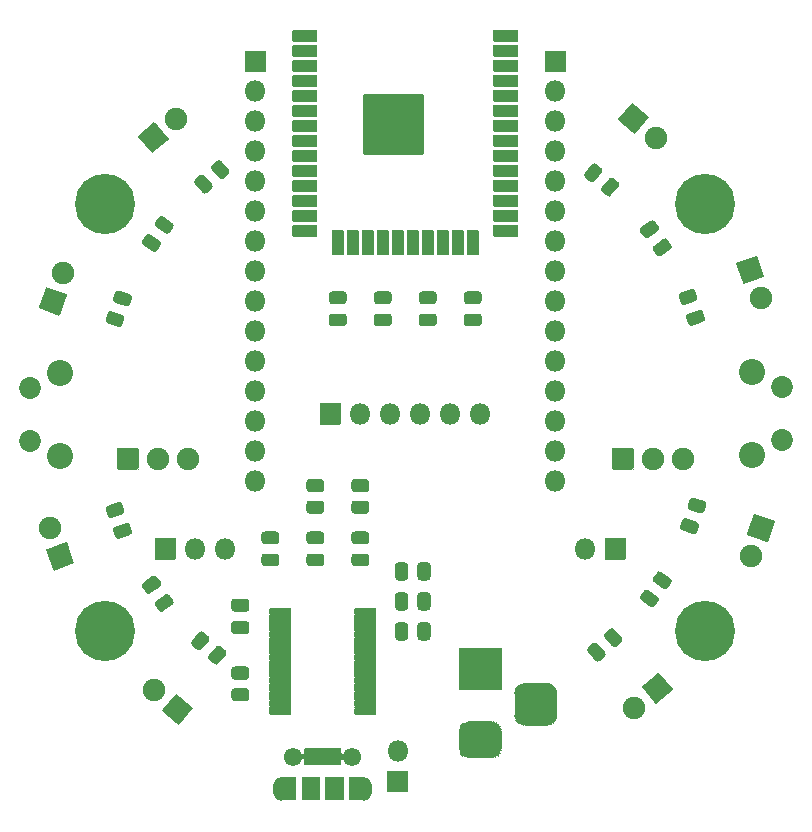
<source format=gbr>
G04 #@! TF.GenerationSoftware,KiCad,Pcbnew,(5.1.9-0-10_14)*
G04 #@! TF.CreationDate,2021-06-02T14:27:10-05:00*
G04 #@! TF.ProjectId,kbxIrBlaster,6b627849-7242-46c6-9173-7465722e6b69,rev?*
G04 #@! TF.SameCoordinates,Original*
G04 #@! TF.FileFunction,Soldermask,Top*
G04 #@! TF.FilePolarity,Negative*
%FSLAX46Y46*%
G04 Gerber Fmt 4.6, Leading zero omitted, Abs format (unit mm)*
G04 Created by KiCad (PCBNEW (5.1.9-0-10_14)) date 2021-06-02 14:27:10*
%MOMM*%
%LPD*%
G01*
G04 APERTURE LIST*
%ADD10O,1.802000X1.802000*%
%ADD11C,0.902000*%
%ADD12C,5.102000*%
%ADD13C,2.202000*%
%ADD14C,1.852000*%
%ADD15O,1.302000X2.002000*%
%ADD16C,1.552000*%
%ADD17C,1.902000*%
%ADD18C,0.100000*%
G04 APERTURE END LIST*
D10*
X165240000Y-101430000D03*
G36*
G01*
X166930000Y-100529000D02*
X168630000Y-100529000D01*
G75*
G02*
X168681000Y-100580000I0J-51000D01*
G01*
X168681000Y-102280000D01*
G75*
G02*
X168630000Y-102331000I-51000J0D01*
G01*
X166930000Y-102331000D01*
G75*
G02*
X166879000Y-102280000I0J51000D01*
G01*
X166879000Y-100580000D01*
G75*
G02*
X166930000Y-100529000I51000J0D01*
G01*
G37*
D11*
X176725825Y-107089175D03*
X175400000Y-106540000D03*
X174074175Y-107089175D03*
X173525000Y-108415000D03*
X174074175Y-109740825D03*
X175400000Y-110290000D03*
X176725825Y-109740825D03*
X177275000Y-108415000D03*
D12*
X175400000Y-108415000D03*
D10*
X156350000Y-90000000D03*
X153810000Y-90000000D03*
X151270000Y-90000000D03*
X148730000Y-90000000D03*
X146190000Y-90000000D03*
G36*
G01*
X144500000Y-90901000D02*
X142800000Y-90901000D01*
G75*
G02*
X142749000Y-90850000I0J51000D01*
G01*
X142749000Y-89150000D01*
G75*
G02*
X142800000Y-89099000I51000J0D01*
G01*
X144500000Y-89099000D01*
G75*
G02*
X144551000Y-89150000I0J-51000D01*
G01*
X144551000Y-90850000D01*
G75*
G02*
X144500000Y-90901000I-51000J0D01*
G01*
G37*
X137300000Y-95715000D03*
X137300000Y-93175000D03*
X137300000Y-90635000D03*
X137300000Y-88095000D03*
X137300000Y-85555000D03*
X137300000Y-83015000D03*
X137300000Y-80475000D03*
X137300000Y-77935000D03*
X137300000Y-75395000D03*
X137300000Y-72855000D03*
X137300000Y-70315000D03*
X137300000Y-67775000D03*
X137300000Y-65235000D03*
X137300000Y-62695000D03*
G36*
G01*
X136399000Y-61005000D02*
X136399000Y-59305000D01*
G75*
G02*
X136450000Y-59254000I51000J0D01*
G01*
X138150000Y-59254000D01*
G75*
G02*
X138201000Y-59305000I0J-51000D01*
G01*
X138201000Y-61005000D01*
G75*
G02*
X138150000Y-61056000I-51000J0D01*
G01*
X136450000Y-61056000D01*
G75*
G02*
X136399000Y-61005000I0J51000D01*
G01*
G37*
X162700000Y-95715000D03*
X162700000Y-93175000D03*
X162700000Y-90635000D03*
X162700000Y-88095000D03*
X162700000Y-85555000D03*
X162700000Y-83015000D03*
X162700000Y-80475000D03*
X162700000Y-77935000D03*
X162700000Y-75395000D03*
X162700000Y-72855000D03*
X162700000Y-70315000D03*
X162700000Y-67775000D03*
X162700000Y-65235000D03*
X162700000Y-62695000D03*
G36*
G01*
X161799000Y-61005000D02*
X161799000Y-59305000D01*
G75*
G02*
X161850000Y-59254000I51000J0D01*
G01*
X163550000Y-59254000D01*
G75*
G02*
X163601000Y-59305000I0J-51000D01*
G01*
X163601000Y-61005000D01*
G75*
G02*
X163550000Y-61056000I-51000J0D01*
G01*
X161850000Y-61056000D01*
G75*
G02*
X161799000Y-61005000I0J51000D01*
G01*
G37*
G36*
G01*
X161950500Y-116391000D02*
X160149500Y-116391000D01*
G75*
G02*
X159249000Y-115490500I0J900500D01*
G01*
X159249000Y-113689500D01*
G75*
G02*
X160149500Y-112789000I900500J0D01*
G01*
X161950500Y-112789000D01*
G75*
G02*
X162851000Y-113689500I0J-900500D01*
G01*
X162851000Y-115490500D01*
G75*
G02*
X161950500Y-116391000I-900500J0D01*
G01*
G37*
G36*
G01*
X157375500Y-119141000D02*
X155324500Y-119141000D01*
G75*
G02*
X154549000Y-118365500I0J775500D01*
G01*
X154549000Y-116814500D01*
G75*
G02*
X155324500Y-116039000I775500J0D01*
G01*
X157375500Y-116039000D01*
G75*
G02*
X158151000Y-116814500I0J-775500D01*
G01*
X158151000Y-118365500D01*
G75*
G02*
X157375500Y-119141000I-775500J0D01*
G01*
G37*
G36*
G01*
X158100000Y-113391000D02*
X154600000Y-113391000D01*
G75*
G02*
X154549000Y-113340000I0J51000D01*
G01*
X154549000Y-109840000D01*
G75*
G02*
X154600000Y-109789000I51000J0D01*
G01*
X158100000Y-109789000D01*
G75*
G02*
X158151000Y-109840000I0J-51000D01*
G01*
X158151000Y-113340000D01*
G75*
G02*
X158100000Y-113391000I-51000J0D01*
G01*
G37*
G36*
G01*
X145689000Y-106955000D02*
X145689000Y-106505000D01*
G75*
G02*
X145740000Y-106454000I51000J0D01*
G01*
X147490000Y-106454000D01*
G75*
G02*
X147541000Y-106505000I0J-51000D01*
G01*
X147541000Y-106955000D01*
G75*
G02*
X147490000Y-107006000I-51000J0D01*
G01*
X145740000Y-107006000D01*
G75*
G02*
X145689000Y-106955000I0J51000D01*
G01*
G37*
G36*
G01*
X145689000Y-107605000D02*
X145689000Y-107155000D01*
G75*
G02*
X145740000Y-107104000I51000J0D01*
G01*
X147490000Y-107104000D01*
G75*
G02*
X147541000Y-107155000I0J-51000D01*
G01*
X147541000Y-107605000D01*
G75*
G02*
X147490000Y-107656000I-51000J0D01*
G01*
X145740000Y-107656000D01*
G75*
G02*
X145689000Y-107605000I0J51000D01*
G01*
G37*
G36*
G01*
X145689000Y-108255000D02*
X145689000Y-107805000D01*
G75*
G02*
X145740000Y-107754000I51000J0D01*
G01*
X147490000Y-107754000D01*
G75*
G02*
X147541000Y-107805000I0J-51000D01*
G01*
X147541000Y-108255000D01*
G75*
G02*
X147490000Y-108306000I-51000J0D01*
G01*
X145740000Y-108306000D01*
G75*
G02*
X145689000Y-108255000I0J51000D01*
G01*
G37*
G36*
G01*
X145689000Y-108905000D02*
X145689000Y-108455000D01*
G75*
G02*
X145740000Y-108404000I51000J0D01*
G01*
X147490000Y-108404000D01*
G75*
G02*
X147541000Y-108455000I0J-51000D01*
G01*
X147541000Y-108905000D01*
G75*
G02*
X147490000Y-108956000I-51000J0D01*
G01*
X145740000Y-108956000D01*
G75*
G02*
X145689000Y-108905000I0J51000D01*
G01*
G37*
G36*
G01*
X145689000Y-109555000D02*
X145689000Y-109105000D01*
G75*
G02*
X145740000Y-109054000I51000J0D01*
G01*
X147490000Y-109054000D01*
G75*
G02*
X147541000Y-109105000I0J-51000D01*
G01*
X147541000Y-109555000D01*
G75*
G02*
X147490000Y-109606000I-51000J0D01*
G01*
X145740000Y-109606000D01*
G75*
G02*
X145689000Y-109555000I0J51000D01*
G01*
G37*
G36*
G01*
X145689000Y-110205000D02*
X145689000Y-109755000D01*
G75*
G02*
X145740000Y-109704000I51000J0D01*
G01*
X147490000Y-109704000D01*
G75*
G02*
X147541000Y-109755000I0J-51000D01*
G01*
X147541000Y-110205000D01*
G75*
G02*
X147490000Y-110256000I-51000J0D01*
G01*
X145740000Y-110256000D01*
G75*
G02*
X145689000Y-110205000I0J51000D01*
G01*
G37*
G36*
G01*
X145689000Y-110855000D02*
X145689000Y-110405000D01*
G75*
G02*
X145740000Y-110354000I51000J0D01*
G01*
X147490000Y-110354000D01*
G75*
G02*
X147541000Y-110405000I0J-51000D01*
G01*
X147541000Y-110855000D01*
G75*
G02*
X147490000Y-110906000I-51000J0D01*
G01*
X145740000Y-110906000D01*
G75*
G02*
X145689000Y-110855000I0J51000D01*
G01*
G37*
G36*
G01*
X145689000Y-111505000D02*
X145689000Y-111055000D01*
G75*
G02*
X145740000Y-111004000I51000J0D01*
G01*
X147490000Y-111004000D01*
G75*
G02*
X147541000Y-111055000I0J-51000D01*
G01*
X147541000Y-111505000D01*
G75*
G02*
X147490000Y-111556000I-51000J0D01*
G01*
X145740000Y-111556000D01*
G75*
G02*
X145689000Y-111505000I0J51000D01*
G01*
G37*
G36*
G01*
X145689000Y-112155000D02*
X145689000Y-111705000D01*
G75*
G02*
X145740000Y-111654000I51000J0D01*
G01*
X147490000Y-111654000D01*
G75*
G02*
X147541000Y-111705000I0J-51000D01*
G01*
X147541000Y-112155000D01*
G75*
G02*
X147490000Y-112206000I-51000J0D01*
G01*
X145740000Y-112206000D01*
G75*
G02*
X145689000Y-112155000I0J51000D01*
G01*
G37*
G36*
G01*
X145689000Y-112805000D02*
X145689000Y-112355000D01*
G75*
G02*
X145740000Y-112304000I51000J0D01*
G01*
X147490000Y-112304000D01*
G75*
G02*
X147541000Y-112355000I0J-51000D01*
G01*
X147541000Y-112805000D01*
G75*
G02*
X147490000Y-112856000I-51000J0D01*
G01*
X145740000Y-112856000D01*
G75*
G02*
X145689000Y-112805000I0J51000D01*
G01*
G37*
G36*
G01*
X145689000Y-113455000D02*
X145689000Y-113005000D01*
G75*
G02*
X145740000Y-112954000I51000J0D01*
G01*
X147490000Y-112954000D01*
G75*
G02*
X147541000Y-113005000I0J-51000D01*
G01*
X147541000Y-113455000D01*
G75*
G02*
X147490000Y-113506000I-51000J0D01*
G01*
X145740000Y-113506000D01*
G75*
G02*
X145689000Y-113455000I0J51000D01*
G01*
G37*
G36*
G01*
X145689000Y-114105000D02*
X145689000Y-113655000D01*
G75*
G02*
X145740000Y-113604000I51000J0D01*
G01*
X147490000Y-113604000D01*
G75*
G02*
X147541000Y-113655000I0J-51000D01*
G01*
X147541000Y-114105000D01*
G75*
G02*
X147490000Y-114156000I-51000J0D01*
G01*
X145740000Y-114156000D01*
G75*
G02*
X145689000Y-114105000I0J51000D01*
G01*
G37*
G36*
G01*
X145689000Y-114755000D02*
X145689000Y-114305000D01*
G75*
G02*
X145740000Y-114254000I51000J0D01*
G01*
X147490000Y-114254000D01*
G75*
G02*
X147541000Y-114305000I0J-51000D01*
G01*
X147541000Y-114755000D01*
G75*
G02*
X147490000Y-114806000I-51000J0D01*
G01*
X145740000Y-114806000D01*
G75*
G02*
X145689000Y-114755000I0J51000D01*
G01*
G37*
G36*
G01*
X145689000Y-115405000D02*
X145689000Y-114955000D01*
G75*
G02*
X145740000Y-114904000I51000J0D01*
G01*
X147490000Y-114904000D01*
G75*
G02*
X147541000Y-114955000I0J-51000D01*
G01*
X147541000Y-115405000D01*
G75*
G02*
X147490000Y-115456000I-51000J0D01*
G01*
X145740000Y-115456000D01*
G75*
G02*
X145689000Y-115405000I0J51000D01*
G01*
G37*
G36*
G01*
X138489000Y-115405000D02*
X138489000Y-114955000D01*
G75*
G02*
X138540000Y-114904000I51000J0D01*
G01*
X140290000Y-114904000D01*
G75*
G02*
X140341000Y-114955000I0J-51000D01*
G01*
X140341000Y-115405000D01*
G75*
G02*
X140290000Y-115456000I-51000J0D01*
G01*
X138540000Y-115456000D01*
G75*
G02*
X138489000Y-115405000I0J51000D01*
G01*
G37*
G36*
G01*
X138489000Y-114755000D02*
X138489000Y-114305000D01*
G75*
G02*
X138540000Y-114254000I51000J0D01*
G01*
X140290000Y-114254000D01*
G75*
G02*
X140341000Y-114305000I0J-51000D01*
G01*
X140341000Y-114755000D01*
G75*
G02*
X140290000Y-114806000I-51000J0D01*
G01*
X138540000Y-114806000D01*
G75*
G02*
X138489000Y-114755000I0J51000D01*
G01*
G37*
G36*
G01*
X138489000Y-114105000D02*
X138489000Y-113655000D01*
G75*
G02*
X138540000Y-113604000I51000J0D01*
G01*
X140290000Y-113604000D01*
G75*
G02*
X140341000Y-113655000I0J-51000D01*
G01*
X140341000Y-114105000D01*
G75*
G02*
X140290000Y-114156000I-51000J0D01*
G01*
X138540000Y-114156000D01*
G75*
G02*
X138489000Y-114105000I0J51000D01*
G01*
G37*
G36*
G01*
X138489000Y-113455000D02*
X138489000Y-113005000D01*
G75*
G02*
X138540000Y-112954000I51000J0D01*
G01*
X140290000Y-112954000D01*
G75*
G02*
X140341000Y-113005000I0J-51000D01*
G01*
X140341000Y-113455000D01*
G75*
G02*
X140290000Y-113506000I-51000J0D01*
G01*
X138540000Y-113506000D01*
G75*
G02*
X138489000Y-113455000I0J51000D01*
G01*
G37*
G36*
G01*
X138489000Y-112805000D02*
X138489000Y-112355000D01*
G75*
G02*
X138540000Y-112304000I51000J0D01*
G01*
X140290000Y-112304000D01*
G75*
G02*
X140341000Y-112355000I0J-51000D01*
G01*
X140341000Y-112805000D01*
G75*
G02*
X140290000Y-112856000I-51000J0D01*
G01*
X138540000Y-112856000D01*
G75*
G02*
X138489000Y-112805000I0J51000D01*
G01*
G37*
G36*
G01*
X138489000Y-112155000D02*
X138489000Y-111705000D01*
G75*
G02*
X138540000Y-111654000I51000J0D01*
G01*
X140290000Y-111654000D01*
G75*
G02*
X140341000Y-111705000I0J-51000D01*
G01*
X140341000Y-112155000D01*
G75*
G02*
X140290000Y-112206000I-51000J0D01*
G01*
X138540000Y-112206000D01*
G75*
G02*
X138489000Y-112155000I0J51000D01*
G01*
G37*
G36*
G01*
X138489000Y-111505000D02*
X138489000Y-111055000D01*
G75*
G02*
X138540000Y-111004000I51000J0D01*
G01*
X140290000Y-111004000D01*
G75*
G02*
X140341000Y-111055000I0J-51000D01*
G01*
X140341000Y-111505000D01*
G75*
G02*
X140290000Y-111556000I-51000J0D01*
G01*
X138540000Y-111556000D01*
G75*
G02*
X138489000Y-111505000I0J51000D01*
G01*
G37*
G36*
G01*
X138489000Y-110855000D02*
X138489000Y-110405000D01*
G75*
G02*
X138540000Y-110354000I51000J0D01*
G01*
X140290000Y-110354000D01*
G75*
G02*
X140341000Y-110405000I0J-51000D01*
G01*
X140341000Y-110855000D01*
G75*
G02*
X140290000Y-110906000I-51000J0D01*
G01*
X138540000Y-110906000D01*
G75*
G02*
X138489000Y-110855000I0J51000D01*
G01*
G37*
G36*
G01*
X138489000Y-110205000D02*
X138489000Y-109755000D01*
G75*
G02*
X138540000Y-109704000I51000J0D01*
G01*
X140290000Y-109704000D01*
G75*
G02*
X140341000Y-109755000I0J-51000D01*
G01*
X140341000Y-110205000D01*
G75*
G02*
X140290000Y-110256000I-51000J0D01*
G01*
X138540000Y-110256000D01*
G75*
G02*
X138489000Y-110205000I0J51000D01*
G01*
G37*
G36*
G01*
X138489000Y-109555000D02*
X138489000Y-109105000D01*
G75*
G02*
X138540000Y-109054000I51000J0D01*
G01*
X140290000Y-109054000D01*
G75*
G02*
X140341000Y-109105000I0J-51000D01*
G01*
X140341000Y-109555000D01*
G75*
G02*
X140290000Y-109606000I-51000J0D01*
G01*
X138540000Y-109606000D01*
G75*
G02*
X138489000Y-109555000I0J51000D01*
G01*
G37*
G36*
G01*
X138489000Y-108905000D02*
X138489000Y-108455000D01*
G75*
G02*
X138540000Y-108404000I51000J0D01*
G01*
X140290000Y-108404000D01*
G75*
G02*
X140341000Y-108455000I0J-51000D01*
G01*
X140341000Y-108905000D01*
G75*
G02*
X140290000Y-108956000I-51000J0D01*
G01*
X138540000Y-108956000D01*
G75*
G02*
X138489000Y-108905000I0J51000D01*
G01*
G37*
G36*
G01*
X138489000Y-108255000D02*
X138489000Y-107805000D01*
G75*
G02*
X138540000Y-107754000I51000J0D01*
G01*
X140290000Y-107754000D01*
G75*
G02*
X140341000Y-107805000I0J-51000D01*
G01*
X140341000Y-108255000D01*
G75*
G02*
X140290000Y-108306000I-51000J0D01*
G01*
X138540000Y-108306000D01*
G75*
G02*
X138489000Y-108255000I0J51000D01*
G01*
G37*
G36*
G01*
X138489000Y-107605000D02*
X138489000Y-107155000D01*
G75*
G02*
X138540000Y-107104000I51000J0D01*
G01*
X140290000Y-107104000D01*
G75*
G02*
X140341000Y-107155000I0J-51000D01*
G01*
X140341000Y-107605000D01*
G75*
G02*
X140290000Y-107656000I-51000J0D01*
G01*
X138540000Y-107656000D01*
G75*
G02*
X138489000Y-107605000I0J51000D01*
G01*
G37*
G36*
G01*
X138489000Y-106955000D02*
X138489000Y-106505000D01*
G75*
G02*
X138540000Y-106454000I51000J0D01*
G01*
X140290000Y-106454000D01*
G75*
G02*
X140341000Y-106505000I0J-51000D01*
G01*
X140341000Y-106955000D01*
G75*
G02*
X140290000Y-107006000I-51000J0D01*
G01*
X138540000Y-107006000D01*
G75*
G02*
X138489000Y-106955000I0J51000D01*
G01*
G37*
D13*
X179387000Y-86464000D03*
D14*
X181877000Y-87714000D03*
X181877000Y-92214000D03*
D13*
X179387000Y-93474000D03*
X120740000Y-93536000D03*
D14*
X118250000Y-92286000D03*
X118250000Y-87786000D03*
D13*
X120740000Y-86526000D03*
G36*
G01*
X135553875Y-113209000D02*
X136506125Y-113209000D01*
G75*
G02*
X136781000Y-113483875I0J-274875D01*
G01*
X136781000Y-114061125D01*
G75*
G02*
X136506125Y-114336000I-274875J0D01*
G01*
X135553875Y-114336000D01*
G75*
G02*
X135279000Y-114061125I0J274875D01*
G01*
X135279000Y-113483875D01*
G75*
G02*
X135553875Y-113209000I274875J0D01*
G01*
G37*
G36*
G01*
X135553875Y-111384000D02*
X136506125Y-111384000D01*
G75*
G02*
X136781000Y-111658875I0J-274875D01*
G01*
X136781000Y-112236125D01*
G75*
G02*
X136506125Y-112511000I-274875J0D01*
G01*
X135553875Y-112511000D01*
G75*
G02*
X135279000Y-112236125I0J274875D01*
G01*
X135279000Y-111658875D01*
G75*
G02*
X135553875Y-111384000I274875J0D01*
G01*
G37*
G36*
G01*
X142856125Y-96636000D02*
X141903875Y-96636000D01*
G75*
G02*
X141629000Y-96361125I0J274875D01*
G01*
X141629000Y-95783875D01*
G75*
G02*
X141903875Y-95509000I274875J0D01*
G01*
X142856125Y-95509000D01*
G75*
G02*
X143131000Y-95783875I0J-274875D01*
G01*
X143131000Y-96361125D01*
G75*
G02*
X142856125Y-96636000I-274875J0D01*
G01*
G37*
G36*
G01*
X142856125Y-98461000D02*
X141903875Y-98461000D01*
G75*
G02*
X141629000Y-98186125I0J274875D01*
G01*
X141629000Y-97608875D01*
G75*
G02*
X141903875Y-97334000I274875J0D01*
G01*
X142856125Y-97334000D01*
G75*
G02*
X143131000Y-97608875I0J-274875D01*
G01*
X143131000Y-98186125D01*
G75*
G02*
X142856125Y-98461000I-274875J0D01*
G01*
G37*
G36*
G01*
X146666125Y-96636000D02*
X145713875Y-96636000D01*
G75*
G02*
X145439000Y-96361125I0J274875D01*
G01*
X145439000Y-95783875D01*
G75*
G02*
X145713875Y-95509000I274875J0D01*
G01*
X146666125Y-95509000D01*
G75*
G02*
X146941000Y-95783875I0J-274875D01*
G01*
X146941000Y-96361125D01*
G75*
G02*
X146666125Y-96636000I-274875J0D01*
G01*
G37*
G36*
G01*
X146666125Y-98461000D02*
X145713875Y-98461000D01*
G75*
G02*
X145439000Y-98186125I0J274875D01*
G01*
X145439000Y-97608875D01*
G75*
G02*
X145713875Y-97334000I274875J0D01*
G01*
X146666125Y-97334000D01*
G75*
G02*
X146941000Y-97608875I0J-274875D01*
G01*
X146941000Y-98186125D01*
G75*
G02*
X146666125Y-98461000I-274875J0D01*
G01*
G37*
D10*
X134760000Y-101430000D03*
X132220000Y-101430000D03*
G36*
G01*
X130530000Y-102331000D02*
X128830000Y-102331000D01*
G75*
G02*
X128779000Y-102280000I0J51000D01*
G01*
X128779000Y-100580000D01*
G75*
G02*
X128830000Y-100529000I51000J0D01*
G01*
X130530000Y-100529000D01*
G75*
G02*
X130581000Y-100580000I0J-51000D01*
G01*
X130581000Y-102280000D01*
G75*
G02*
X130530000Y-102331000I-51000J0D01*
G01*
G37*
G36*
G01*
X139464000Y-122667501D02*
X139464000Y-120767499D01*
G75*
G02*
X139514999Y-120716500I50999J0D01*
G01*
X140715001Y-120716500D01*
G75*
G02*
X140766000Y-120767499I0J-50999D01*
G01*
X140766000Y-122667501D01*
G75*
G02*
X140715001Y-122718500I-50999J0D01*
G01*
X139514999Y-122718500D01*
G75*
G02*
X139464000Y-122667501I0J50999D01*
G01*
G37*
G36*
G01*
X145264000Y-122667501D02*
X145264000Y-120767499D01*
G75*
G02*
X145314999Y-120716500I50999J0D01*
G01*
X146515001Y-120716500D01*
G75*
G02*
X146566000Y-120767499I0J-50999D01*
G01*
X146566000Y-122667501D01*
G75*
G02*
X146515001Y-122718500I-50999J0D01*
G01*
X145314999Y-122718500D01*
G75*
G02*
X145264000Y-122667501I0J50999D01*
G01*
G37*
D15*
X146515000Y-121717500D03*
X139515000Y-121717500D03*
G36*
G01*
X141214000Y-122667500D02*
X141214000Y-120767500D01*
G75*
G02*
X141265000Y-120716500I51000J0D01*
G01*
X142765000Y-120716500D01*
G75*
G02*
X142816000Y-120767500I0J-51000D01*
G01*
X142816000Y-122667500D01*
G75*
G02*
X142765000Y-122718500I-51000J0D01*
G01*
X141265000Y-122718500D01*
G75*
G02*
X141214000Y-122667500I0J51000D01*
G01*
G37*
D16*
X145515000Y-119017500D03*
G36*
G01*
X142764000Y-119692500D02*
X142764000Y-118342500D01*
G75*
G02*
X142815000Y-118291500I51000J0D01*
G01*
X143215000Y-118291500D01*
G75*
G02*
X143266000Y-118342500I0J-51000D01*
G01*
X143266000Y-119692500D01*
G75*
G02*
X143215000Y-119743500I-51000J0D01*
G01*
X142815000Y-119743500D01*
G75*
G02*
X142764000Y-119692500I0J51000D01*
G01*
G37*
G36*
G01*
X143414000Y-119692500D02*
X143414000Y-118342500D01*
G75*
G02*
X143465000Y-118291500I51000J0D01*
G01*
X143865000Y-118291500D01*
G75*
G02*
X143916000Y-118342500I0J-51000D01*
G01*
X143916000Y-119692500D01*
G75*
G02*
X143865000Y-119743500I-51000J0D01*
G01*
X143465000Y-119743500D01*
G75*
G02*
X143414000Y-119692500I0J51000D01*
G01*
G37*
G36*
G01*
X144064000Y-119692500D02*
X144064000Y-118342500D01*
G75*
G02*
X144115000Y-118291500I51000J0D01*
G01*
X144515000Y-118291500D01*
G75*
G02*
X144566000Y-118342500I0J-51000D01*
G01*
X144566000Y-119692500D01*
G75*
G02*
X144515000Y-119743500I-51000J0D01*
G01*
X144115000Y-119743500D01*
G75*
G02*
X144064000Y-119692500I0J51000D01*
G01*
G37*
G36*
G01*
X141464000Y-119692500D02*
X141464000Y-118342500D01*
G75*
G02*
X141515000Y-118291500I51000J0D01*
G01*
X141915000Y-118291500D01*
G75*
G02*
X141966000Y-118342500I0J-51000D01*
G01*
X141966000Y-119692500D01*
G75*
G02*
X141915000Y-119743500I-51000J0D01*
G01*
X141515000Y-119743500D01*
G75*
G02*
X141464000Y-119692500I0J51000D01*
G01*
G37*
G36*
G01*
X142114000Y-119692500D02*
X142114000Y-118342500D01*
G75*
G02*
X142165000Y-118291500I51000J0D01*
G01*
X142565000Y-118291500D01*
G75*
G02*
X142616000Y-118342500I0J-51000D01*
G01*
X142616000Y-119692500D01*
G75*
G02*
X142565000Y-119743500I-51000J0D01*
G01*
X142165000Y-119743500D01*
G75*
G02*
X142114000Y-119692500I0J51000D01*
G01*
G37*
X140515000Y-119017500D03*
G36*
G01*
X143214000Y-122667500D02*
X143214000Y-120767500D01*
G75*
G02*
X143265000Y-120716500I51000J0D01*
G01*
X144765000Y-120716500D01*
G75*
G02*
X144816000Y-120767500I0J-51000D01*
G01*
X144816000Y-122667500D01*
G75*
G02*
X144765000Y-122718500I-51000J0D01*
G01*
X143265000Y-122718500D01*
G75*
G02*
X143214000Y-122667500I0J51000D01*
G01*
G37*
D10*
X149365000Y-118575000D03*
G36*
G01*
X150266000Y-120265000D02*
X150266000Y-121965000D01*
G75*
G02*
X150215000Y-122016000I-51000J0D01*
G01*
X148515000Y-122016000D01*
G75*
G02*
X148464000Y-121965000I0J51000D01*
G01*
X148464000Y-120265000D01*
G75*
G02*
X148515000Y-120214000I51000J0D01*
G01*
X150215000Y-120214000D01*
G75*
G02*
X150266000Y-120265000I0J-51000D01*
G01*
G37*
G36*
G01*
X138088250Y-101829000D02*
X139051750Y-101829000D01*
G75*
G02*
X139321000Y-102098250I0J-269250D01*
G01*
X139321000Y-102636750D01*
G75*
G02*
X139051750Y-102906000I-269250J0D01*
G01*
X138088250Y-102906000D01*
G75*
G02*
X137819000Y-102636750I0J269250D01*
G01*
X137819000Y-102098250D01*
G75*
G02*
X138088250Y-101829000I269250J0D01*
G01*
G37*
G36*
G01*
X138088250Y-99954000D02*
X139051750Y-99954000D01*
G75*
G02*
X139321000Y-100223250I0J-269250D01*
G01*
X139321000Y-100761750D01*
G75*
G02*
X139051750Y-101031000I-269250J0D01*
G01*
X138088250Y-101031000D01*
G75*
G02*
X137819000Y-100761750I0J269250D01*
G01*
X137819000Y-100223250D01*
G75*
G02*
X138088250Y-99954000I269250J0D01*
G01*
G37*
G36*
G01*
X141898250Y-101829000D02*
X142861750Y-101829000D01*
G75*
G02*
X143131000Y-102098250I0J-269250D01*
G01*
X143131000Y-102636750D01*
G75*
G02*
X142861750Y-102906000I-269250J0D01*
G01*
X141898250Y-102906000D01*
G75*
G02*
X141629000Y-102636750I0J269250D01*
G01*
X141629000Y-102098250D01*
G75*
G02*
X141898250Y-101829000I269250J0D01*
G01*
G37*
G36*
G01*
X141898250Y-99954000D02*
X142861750Y-99954000D01*
G75*
G02*
X143131000Y-100223250I0J-269250D01*
G01*
X143131000Y-100761750D01*
G75*
G02*
X142861750Y-101031000I-269250J0D01*
G01*
X141898250Y-101031000D01*
G75*
G02*
X141629000Y-100761750I0J269250D01*
G01*
X141629000Y-100223250D01*
G75*
G02*
X141898250Y-99954000I269250J0D01*
G01*
G37*
G36*
G01*
X145708250Y-101829000D02*
X146671750Y-101829000D01*
G75*
G02*
X146941000Y-102098250I0J-269250D01*
G01*
X146941000Y-102636750D01*
G75*
G02*
X146671750Y-102906000I-269250J0D01*
G01*
X145708250Y-102906000D01*
G75*
G02*
X145439000Y-102636750I0J269250D01*
G01*
X145439000Y-102098250D01*
G75*
G02*
X145708250Y-101829000I269250J0D01*
G01*
G37*
G36*
G01*
X145708250Y-99954000D02*
X146671750Y-99954000D01*
G75*
G02*
X146941000Y-100223250I0J-269250D01*
G01*
X146941000Y-100761750D01*
G75*
G02*
X146671750Y-101031000I-269250J0D01*
G01*
X145708250Y-101031000D01*
G75*
G02*
X145439000Y-100761750I0J269250D01*
G01*
X145439000Y-100223250D01*
G75*
G02*
X145708250Y-99954000I269250J0D01*
G01*
G37*
G36*
G01*
X166632990Y-70813513D02*
X167252315Y-70075430D01*
G75*
G02*
X167631643Y-70042244I206257J-173071D01*
G01*
X168044158Y-70388385D01*
G75*
G02*
X168077344Y-70767713I-173071J-206257D01*
G01*
X167458019Y-71505796D01*
G75*
G02*
X167078691Y-71538982I-206257J173071D01*
G01*
X166666176Y-71192841D01*
G75*
G02*
X166632990Y-70813513I173071J206257D01*
G01*
G37*
G36*
G01*
X165196656Y-69608287D02*
X165815981Y-68870204D01*
G75*
G02*
X166195309Y-68837018I206257J-173071D01*
G01*
X166607824Y-69183159D01*
G75*
G02*
X166641010Y-69562487I-173071J-206257D01*
G01*
X166021685Y-70300570D01*
G75*
G02*
X165642357Y-70333756I-206257J173071D01*
G01*
X165229842Y-69987615D01*
G75*
G02*
X165196656Y-69608287I173071J206257D01*
G01*
G37*
G36*
G01*
X174436125Y-97084246D02*
X175341519Y-97413782D01*
G75*
G02*
X175502442Y-97758883I-92089J-253012D01*
G01*
X175318264Y-98264907D01*
G75*
G02*
X174973163Y-98425830I-253012J92089D01*
G01*
X174067769Y-98096294D01*
G75*
G02*
X173906846Y-97751193I92089J253012D01*
G01*
X174091024Y-97245169D01*
G75*
G02*
X174436125Y-97084246I253012J-92089D01*
G01*
G37*
G36*
G01*
X173794837Y-98846170D02*
X174700231Y-99175706D01*
G75*
G02*
X174861154Y-99520807I-92089J-253012D01*
G01*
X174676976Y-100026831D01*
G75*
G02*
X174331875Y-100187754I-253012J92089D01*
G01*
X173426481Y-99858218D01*
G75*
G02*
X173265558Y-99513117I92089J253012D01*
G01*
X173449736Y-99007093D01*
G75*
G02*
X173794837Y-98846170I253012J-92089D01*
G01*
G37*
G36*
G01*
X133367010Y-109186487D02*
X132747685Y-109924570D01*
G75*
G02*
X132368357Y-109957756I-206257J173071D01*
G01*
X131955842Y-109611615D01*
G75*
G02*
X131922656Y-109232287I173071J206257D01*
G01*
X132541981Y-108494204D01*
G75*
G02*
X132921309Y-108461018I206257J-173071D01*
G01*
X133333824Y-108807159D01*
G75*
G02*
X133367010Y-109186487I-173071J-206257D01*
G01*
G37*
G36*
G01*
X134803344Y-110391713D02*
X134184019Y-111129796D01*
G75*
G02*
X133804691Y-111162982I-206257J173071D01*
G01*
X133392176Y-110816841D01*
G75*
G02*
X133358990Y-110437513I173071J206257D01*
G01*
X133978315Y-109699430D01*
G75*
G02*
X134357643Y-109666244I206257J-173071D01*
G01*
X134770158Y-110012385D01*
G75*
G02*
X134803344Y-110391713I-173071J-206257D01*
G01*
G37*
G36*
G01*
X126332163Y-80899830D02*
X125426769Y-80570294D01*
G75*
G02*
X125265846Y-80225193I92089J253012D01*
G01*
X125450024Y-79719169D01*
G75*
G02*
X125795125Y-79558246I253012J-92089D01*
G01*
X126700519Y-79887782D01*
G75*
G02*
X126861442Y-80232883I-92089J-253012D01*
G01*
X126677264Y-80738907D01*
G75*
G02*
X126332163Y-80899830I-253012J92089D01*
G01*
G37*
G36*
G01*
X125690875Y-82661754D02*
X124785481Y-82332218D01*
G75*
G02*
X124624558Y-81987117I92089J253012D01*
G01*
X124808736Y-81481093D01*
G75*
G02*
X125153837Y-81320170I253012J-92089D01*
G01*
X126059231Y-81649706D01*
G75*
G02*
X126220154Y-81994807I-92089J-253012D01*
G01*
X126035976Y-82500831D01*
G75*
G02*
X125690875Y-82661754I-253012J92089D01*
G01*
G37*
G36*
G01*
X173940769Y-81522706D02*
X174846163Y-81193170D01*
G75*
G02*
X175191264Y-81354093I92089J-253012D01*
G01*
X175375442Y-81860117D01*
G75*
G02*
X175214519Y-82205218I-253012J-92089D01*
G01*
X174309125Y-82534754D01*
G75*
G02*
X173964024Y-82373831I-92089J253012D01*
G01*
X173779846Y-81867807D01*
G75*
G02*
X173940769Y-81522706I253012J92089D01*
G01*
G37*
G36*
G01*
X173299481Y-79760782D02*
X174204875Y-79431246D01*
G75*
G02*
X174549976Y-79592169I92089J-253012D01*
G01*
X174734154Y-80098193D01*
G75*
G02*
X174573231Y-80443294I-253012J-92089D01*
G01*
X173667837Y-80772830D01*
G75*
G02*
X173322736Y-80611907I-92089J253012D01*
G01*
X173138558Y-80105883D01*
G75*
G02*
X173299481Y-79760782I253012J92089D01*
G01*
G37*
G36*
G01*
X166275685Y-109445430D02*
X166895010Y-110183513D01*
G75*
G02*
X166861824Y-110562841I-206257J-173071D01*
G01*
X166449309Y-110908982D01*
G75*
G02*
X166069981Y-110875796I-173071J206257D01*
G01*
X165450656Y-110137713D01*
G75*
G02*
X165483842Y-109758385I206257J173071D01*
G01*
X165896357Y-109412244D01*
G75*
G02*
X166275685Y-109445430I173071J-206257D01*
G01*
G37*
G36*
G01*
X167712019Y-108240204D02*
X168331344Y-108978287D01*
G75*
G02*
X168298158Y-109357615I-206257J-173071D01*
G01*
X167885643Y-109703756D01*
G75*
G02*
X167506315Y-109670570I-173071J206257D01*
G01*
X166886990Y-108932487D01*
G75*
G02*
X166920176Y-108553159I206257J173071D01*
G01*
X167332691Y-108207018D01*
G75*
G02*
X167712019Y-108240204I173071J-206257D01*
G01*
G37*
G36*
G01*
X126059231Y-98477294D02*
X125153837Y-98806830D01*
G75*
G02*
X124808736Y-98645907I-92089J253012D01*
G01*
X124624558Y-98139883D01*
G75*
G02*
X124785481Y-97794782I253012J92089D01*
G01*
X125690875Y-97465246D01*
G75*
G02*
X126035976Y-97626169I92089J-253012D01*
G01*
X126220154Y-98132193D01*
G75*
G02*
X126059231Y-98477294I-253012J-92089D01*
G01*
G37*
G36*
G01*
X126700519Y-100239218D02*
X125795125Y-100568754D01*
G75*
G02*
X125450024Y-100407831I-92089J253012D01*
G01*
X125265846Y-99901807D01*
G75*
G02*
X125426769Y-99556706I253012J92089D01*
G01*
X126332163Y-99227170D01*
G75*
G02*
X126677264Y-99388093I92089J-253012D01*
G01*
X126861442Y-99894117D01*
G75*
G02*
X126700519Y-100239218I-253012J-92089D01*
G01*
G37*
G36*
G01*
X134232315Y-70046570D02*
X133612990Y-69308487D01*
G75*
G02*
X133646176Y-68929159I206257J173071D01*
G01*
X134058691Y-68583018D01*
G75*
G02*
X134438019Y-68616204I173071J-206257D01*
G01*
X135057344Y-69354287D01*
G75*
G02*
X135024158Y-69733615I-206257J-173071D01*
G01*
X134611643Y-70079756D01*
G75*
G02*
X134232315Y-70046570I-173071J206257D01*
G01*
G37*
G36*
G01*
X132795981Y-71251796D02*
X132176656Y-70513713D01*
G75*
G02*
X132209842Y-70134385I206257J173071D01*
G01*
X132622357Y-69788244D01*
G75*
G02*
X133001685Y-69821430I173071J-206257D01*
G01*
X133621010Y-70559513D01*
G75*
G02*
X133587824Y-70938841I-206257J-173071D01*
G01*
X133175309Y-71284982D01*
G75*
G02*
X132795981Y-71251796I-173071J206257D01*
G01*
G37*
G36*
G01*
X171043231Y-75744162D02*
X171832484Y-75191521D01*
G75*
G02*
X172207476Y-75257643I154435J-220557D01*
G01*
X172516347Y-75698756D01*
G75*
G02*
X172450225Y-76073748I-220557J-154435D01*
G01*
X171660972Y-76626389D01*
G75*
G02*
X171285980Y-76560267I-154435J220557D01*
G01*
X170977109Y-76119154D01*
G75*
G02*
X171043231Y-75744162I220557J154435D01*
G01*
G37*
G36*
G01*
X169967775Y-74208252D02*
X170757028Y-73655611D01*
G75*
G02*
X171132020Y-73721733I154435J-220557D01*
G01*
X171440891Y-74162846D01*
G75*
G02*
X171374769Y-74537838I-220557J-154435D01*
G01*
X170585516Y-75090479D01*
G75*
G02*
X170210524Y-75024357I-154435J220557D01*
G01*
X169901653Y-74583244D01*
G75*
G02*
X169967775Y-74208252I220557J154435D01*
G01*
G37*
G36*
G01*
X170585516Y-104909521D02*
X171374769Y-105462162D01*
G75*
G02*
X171440891Y-105837154I-154435J-220557D01*
G01*
X171132020Y-106278267D01*
G75*
G02*
X170757028Y-106344389I-220557J154435D01*
G01*
X169967775Y-105791748D01*
G75*
G02*
X169901653Y-105416756I154435J220557D01*
G01*
X170210524Y-104975643D01*
G75*
G02*
X170585516Y-104909521I220557J-154435D01*
G01*
G37*
G36*
G01*
X171660972Y-103373611D02*
X172450225Y-103926252D01*
G75*
G02*
X172516347Y-104301244I-154435J-220557D01*
G01*
X172207476Y-104742357D01*
G75*
G02*
X171832484Y-104808479I-220557J154435D01*
G01*
X171043231Y-104255838D01*
G75*
G02*
X170977109Y-103880846I154435J220557D01*
G01*
X171285980Y-103439733D01*
G75*
G02*
X171660972Y-103373611I220557J-154435D01*
G01*
G37*
G36*
G01*
X129210769Y-104636838D02*
X128421516Y-105189479D01*
G75*
G02*
X128046524Y-105123357I-154435J220557D01*
G01*
X127737653Y-104682244D01*
G75*
G02*
X127803775Y-104307252I220557J154435D01*
G01*
X128593028Y-103754611D01*
G75*
G02*
X128968020Y-103820733I154435J-220557D01*
G01*
X129276891Y-104261846D01*
G75*
G02*
X129210769Y-104636838I-220557J-154435D01*
G01*
G37*
G36*
G01*
X130286225Y-106172748D02*
X129496972Y-106725389D01*
G75*
G02*
X129121980Y-106659267I-154435J220557D01*
G01*
X128813109Y-106218154D01*
G75*
G02*
X128879231Y-105843162I220557J154435D01*
G01*
X129668484Y-105290521D01*
G75*
G02*
X130043476Y-105356643I154435J-220557D01*
G01*
X130352347Y-105797756D01*
G75*
G02*
X130286225Y-106172748I-220557J-154435D01*
G01*
G37*
G36*
G01*
X129668484Y-74709479D02*
X128879231Y-74156838D01*
G75*
G02*
X128813109Y-73781846I154435J220557D01*
G01*
X129121980Y-73340733D01*
G75*
G02*
X129496972Y-73274611I220557J-154435D01*
G01*
X130286225Y-73827252D01*
G75*
G02*
X130352347Y-74202244I-154435J-220557D01*
G01*
X130043476Y-74643357D01*
G75*
G02*
X129668484Y-74709479I-220557J154435D01*
G01*
G37*
G36*
G01*
X128593028Y-76245389D02*
X127803775Y-75692748D01*
G75*
G02*
X127737653Y-75317756I154435J220557D01*
G01*
X128046524Y-74876643D01*
G75*
G02*
X128421516Y-74810521I220557J-154435D01*
G01*
X129210769Y-75363162D01*
G75*
G02*
X129276891Y-75738154I-154435J-220557D01*
G01*
X128968020Y-76179267D01*
G75*
G02*
X128593028Y-76245389I-220557J154435D01*
G01*
G37*
G36*
G01*
X143803250Y-81509000D02*
X144766750Y-81509000D01*
G75*
G02*
X145036000Y-81778250I0J-269250D01*
G01*
X145036000Y-82316750D01*
G75*
G02*
X144766750Y-82586000I-269250J0D01*
G01*
X143803250Y-82586000D01*
G75*
G02*
X143534000Y-82316750I0J269250D01*
G01*
X143534000Y-81778250D01*
G75*
G02*
X143803250Y-81509000I269250J0D01*
G01*
G37*
G36*
G01*
X143803250Y-79634000D02*
X144766750Y-79634000D01*
G75*
G02*
X145036000Y-79903250I0J-269250D01*
G01*
X145036000Y-80441750D01*
G75*
G02*
X144766750Y-80711000I-269250J0D01*
G01*
X143803250Y-80711000D01*
G75*
G02*
X143534000Y-80441750I0J269250D01*
G01*
X143534000Y-79903250D01*
G75*
G02*
X143803250Y-79634000I269250J0D01*
G01*
G37*
G36*
G01*
X147613250Y-81509000D02*
X148576750Y-81509000D01*
G75*
G02*
X148846000Y-81778250I0J-269250D01*
G01*
X148846000Y-82316750D01*
G75*
G02*
X148576750Y-82586000I-269250J0D01*
G01*
X147613250Y-82586000D01*
G75*
G02*
X147344000Y-82316750I0J269250D01*
G01*
X147344000Y-81778250D01*
G75*
G02*
X147613250Y-81509000I269250J0D01*
G01*
G37*
G36*
G01*
X147613250Y-79634000D02*
X148576750Y-79634000D01*
G75*
G02*
X148846000Y-79903250I0J-269250D01*
G01*
X148846000Y-80441750D01*
G75*
G02*
X148576750Y-80711000I-269250J0D01*
G01*
X147613250Y-80711000D01*
G75*
G02*
X147344000Y-80441750I0J269250D01*
G01*
X147344000Y-79903250D01*
G75*
G02*
X147613250Y-79634000I269250J0D01*
G01*
G37*
G36*
G01*
X151423250Y-81509000D02*
X152386750Y-81509000D01*
G75*
G02*
X152656000Y-81778250I0J-269250D01*
G01*
X152656000Y-82316750D01*
G75*
G02*
X152386750Y-82586000I-269250J0D01*
G01*
X151423250Y-82586000D01*
G75*
G02*
X151154000Y-82316750I0J269250D01*
G01*
X151154000Y-81778250D01*
G75*
G02*
X151423250Y-81509000I269250J0D01*
G01*
G37*
G36*
G01*
X151423250Y-79634000D02*
X152386750Y-79634000D01*
G75*
G02*
X152656000Y-79903250I0J-269250D01*
G01*
X152656000Y-80441750D01*
G75*
G02*
X152386750Y-80711000I-269250J0D01*
G01*
X151423250Y-80711000D01*
G75*
G02*
X151154000Y-80441750I0J269250D01*
G01*
X151154000Y-79903250D01*
G75*
G02*
X151423250Y-79634000I269250J0D01*
G01*
G37*
G36*
G01*
X155233250Y-81509000D02*
X156196750Y-81509000D01*
G75*
G02*
X156466000Y-81778250I0J-269250D01*
G01*
X156466000Y-82316750D01*
G75*
G02*
X156196750Y-82586000I-269250J0D01*
G01*
X155233250Y-82586000D01*
G75*
G02*
X154964000Y-82316750I0J269250D01*
G01*
X154964000Y-81778250D01*
G75*
G02*
X155233250Y-81509000I269250J0D01*
G01*
G37*
G36*
G01*
X155233250Y-79634000D02*
X156196750Y-79634000D01*
G75*
G02*
X156466000Y-79903250I0J-269250D01*
G01*
X156466000Y-80441750D01*
G75*
G02*
X156196750Y-80711000I-269250J0D01*
G01*
X155233250Y-80711000D01*
G75*
G02*
X154964000Y-80441750I0J269250D01*
G01*
X154964000Y-79903250D01*
G75*
G02*
X155233250Y-79634000I269250J0D01*
G01*
G37*
G36*
G01*
X136530500Y-106746000D02*
X135529500Y-106746000D01*
G75*
G02*
X135254000Y-106470500I0J275500D01*
G01*
X135254000Y-105919500D01*
G75*
G02*
X135529500Y-105644000I275500J0D01*
G01*
X136530500Y-105644000D01*
G75*
G02*
X136806000Y-105919500I0J-275500D01*
G01*
X136806000Y-106470500D01*
G75*
G02*
X136530500Y-106746000I-275500J0D01*
G01*
G37*
G36*
G01*
X136530500Y-108646000D02*
X135529500Y-108646000D01*
G75*
G02*
X135254000Y-108370500I0J275500D01*
G01*
X135254000Y-107819500D01*
G75*
G02*
X135529500Y-107544000I275500J0D01*
G01*
X136530500Y-107544000D01*
G75*
G02*
X136806000Y-107819500I0J-275500D01*
G01*
X136806000Y-108370500D01*
G75*
G02*
X136530500Y-108646000I-275500J0D01*
G01*
G37*
G36*
G01*
X150236000Y-107914500D02*
X150236000Y-108915500D01*
G75*
G02*
X149960500Y-109191000I-275500J0D01*
G01*
X149409500Y-109191000D01*
G75*
G02*
X149134000Y-108915500I0J275500D01*
G01*
X149134000Y-107914500D01*
G75*
G02*
X149409500Y-107639000I275500J0D01*
G01*
X149960500Y-107639000D01*
G75*
G02*
X150236000Y-107914500I0J-275500D01*
G01*
G37*
G36*
G01*
X152136000Y-107914500D02*
X152136000Y-108915500D01*
G75*
G02*
X151860500Y-109191000I-275500J0D01*
G01*
X151309500Y-109191000D01*
G75*
G02*
X151034000Y-108915500I0J275500D01*
G01*
X151034000Y-107914500D01*
G75*
G02*
X151309500Y-107639000I275500J0D01*
G01*
X151860500Y-107639000D01*
G75*
G02*
X152136000Y-107914500I0J-275500D01*
G01*
G37*
G36*
G01*
X150236000Y-105374500D02*
X150236000Y-106375500D01*
G75*
G02*
X149960500Y-106651000I-275500J0D01*
G01*
X149409500Y-106651000D01*
G75*
G02*
X149134000Y-106375500I0J275500D01*
G01*
X149134000Y-105374500D01*
G75*
G02*
X149409500Y-105099000I275500J0D01*
G01*
X149960500Y-105099000D01*
G75*
G02*
X150236000Y-105374500I0J-275500D01*
G01*
G37*
G36*
G01*
X152136000Y-105374500D02*
X152136000Y-106375500D01*
G75*
G02*
X151860500Y-106651000I-275500J0D01*
G01*
X151309500Y-106651000D01*
G75*
G02*
X151034000Y-106375500I0J275500D01*
G01*
X151034000Y-105374500D01*
G75*
G02*
X151309500Y-105099000I275500J0D01*
G01*
X151860500Y-105099000D01*
G75*
G02*
X152136000Y-105374500I0J-275500D01*
G01*
G37*
G36*
G01*
X150236000Y-102834500D02*
X150236000Y-103835500D01*
G75*
G02*
X149960500Y-104111000I-275500J0D01*
G01*
X149409500Y-104111000D01*
G75*
G02*
X149134000Y-103835500I0J275500D01*
G01*
X149134000Y-102834500D01*
G75*
G02*
X149409500Y-102559000I275500J0D01*
G01*
X149960500Y-102559000D01*
G75*
G02*
X150236000Y-102834500I0J-275500D01*
G01*
G37*
G36*
G01*
X152136000Y-102834500D02*
X152136000Y-103835500D01*
G75*
G02*
X151860500Y-104111000I-275500J0D01*
G01*
X151309500Y-104111000D01*
G75*
G02*
X151034000Y-103835500I0J275500D01*
G01*
X151034000Y-102834500D01*
G75*
G02*
X151309500Y-102559000I275500J0D01*
G01*
X151860500Y-102559000D01*
G75*
G02*
X152136000Y-102834500I0J-275500D01*
G01*
G37*
G36*
G01*
X157449000Y-58446000D02*
X157449000Y-57546000D01*
G75*
G02*
X157500000Y-57495000I51000J0D01*
G01*
X159500000Y-57495000D01*
G75*
G02*
X159551000Y-57546000I0J-51000D01*
G01*
X159551000Y-58446000D01*
G75*
G02*
X159500000Y-58497000I-51000J0D01*
G01*
X157500000Y-58497000D01*
G75*
G02*
X157449000Y-58446000I0J51000D01*
G01*
G37*
G36*
G01*
X157449000Y-59716000D02*
X157449000Y-58816000D01*
G75*
G02*
X157500000Y-58765000I51000J0D01*
G01*
X159500000Y-58765000D01*
G75*
G02*
X159551000Y-58816000I0J-51000D01*
G01*
X159551000Y-59716000D01*
G75*
G02*
X159500000Y-59767000I-51000J0D01*
G01*
X157500000Y-59767000D01*
G75*
G02*
X157449000Y-59716000I0J51000D01*
G01*
G37*
G36*
G01*
X157449000Y-60986000D02*
X157449000Y-60086000D01*
G75*
G02*
X157500000Y-60035000I51000J0D01*
G01*
X159500000Y-60035000D01*
G75*
G02*
X159551000Y-60086000I0J-51000D01*
G01*
X159551000Y-60986000D01*
G75*
G02*
X159500000Y-61037000I-51000J0D01*
G01*
X157500000Y-61037000D01*
G75*
G02*
X157449000Y-60986000I0J51000D01*
G01*
G37*
G36*
G01*
X157449000Y-62256000D02*
X157449000Y-61356000D01*
G75*
G02*
X157500000Y-61305000I51000J0D01*
G01*
X159500000Y-61305000D01*
G75*
G02*
X159551000Y-61356000I0J-51000D01*
G01*
X159551000Y-62256000D01*
G75*
G02*
X159500000Y-62307000I-51000J0D01*
G01*
X157500000Y-62307000D01*
G75*
G02*
X157449000Y-62256000I0J51000D01*
G01*
G37*
G36*
G01*
X157449000Y-63526000D02*
X157449000Y-62626000D01*
G75*
G02*
X157500000Y-62575000I51000J0D01*
G01*
X159500000Y-62575000D01*
G75*
G02*
X159551000Y-62626000I0J-51000D01*
G01*
X159551000Y-63526000D01*
G75*
G02*
X159500000Y-63577000I-51000J0D01*
G01*
X157500000Y-63577000D01*
G75*
G02*
X157449000Y-63526000I0J51000D01*
G01*
G37*
G36*
G01*
X157449000Y-64796000D02*
X157449000Y-63896000D01*
G75*
G02*
X157500000Y-63845000I51000J0D01*
G01*
X159500000Y-63845000D01*
G75*
G02*
X159551000Y-63896000I0J-51000D01*
G01*
X159551000Y-64796000D01*
G75*
G02*
X159500000Y-64847000I-51000J0D01*
G01*
X157500000Y-64847000D01*
G75*
G02*
X157449000Y-64796000I0J51000D01*
G01*
G37*
G36*
G01*
X157449000Y-66066000D02*
X157449000Y-65166000D01*
G75*
G02*
X157500000Y-65115000I51000J0D01*
G01*
X159500000Y-65115000D01*
G75*
G02*
X159551000Y-65166000I0J-51000D01*
G01*
X159551000Y-66066000D01*
G75*
G02*
X159500000Y-66117000I-51000J0D01*
G01*
X157500000Y-66117000D01*
G75*
G02*
X157449000Y-66066000I0J51000D01*
G01*
G37*
G36*
G01*
X157449000Y-67336000D02*
X157449000Y-66436000D01*
G75*
G02*
X157500000Y-66385000I51000J0D01*
G01*
X159500000Y-66385000D01*
G75*
G02*
X159551000Y-66436000I0J-51000D01*
G01*
X159551000Y-67336000D01*
G75*
G02*
X159500000Y-67387000I-51000J0D01*
G01*
X157500000Y-67387000D01*
G75*
G02*
X157449000Y-67336000I0J51000D01*
G01*
G37*
G36*
G01*
X157449000Y-68606000D02*
X157449000Y-67706000D01*
G75*
G02*
X157500000Y-67655000I51000J0D01*
G01*
X159500000Y-67655000D01*
G75*
G02*
X159551000Y-67706000I0J-51000D01*
G01*
X159551000Y-68606000D01*
G75*
G02*
X159500000Y-68657000I-51000J0D01*
G01*
X157500000Y-68657000D01*
G75*
G02*
X157449000Y-68606000I0J51000D01*
G01*
G37*
G36*
G01*
X157449000Y-69876000D02*
X157449000Y-68976000D01*
G75*
G02*
X157500000Y-68925000I51000J0D01*
G01*
X159500000Y-68925000D01*
G75*
G02*
X159551000Y-68976000I0J-51000D01*
G01*
X159551000Y-69876000D01*
G75*
G02*
X159500000Y-69927000I-51000J0D01*
G01*
X157500000Y-69927000D01*
G75*
G02*
X157449000Y-69876000I0J51000D01*
G01*
G37*
G36*
G01*
X157449000Y-71146000D02*
X157449000Y-70246000D01*
G75*
G02*
X157500000Y-70195000I51000J0D01*
G01*
X159500000Y-70195000D01*
G75*
G02*
X159551000Y-70246000I0J-51000D01*
G01*
X159551000Y-71146000D01*
G75*
G02*
X159500000Y-71197000I-51000J0D01*
G01*
X157500000Y-71197000D01*
G75*
G02*
X157449000Y-71146000I0J51000D01*
G01*
G37*
G36*
G01*
X157449000Y-72416000D02*
X157449000Y-71516000D01*
G75*
G02*
X157500000Y-71465000I51000J0D01*
G01*
X159500000Y-71465000D01*
G75*
G02*
X159551000Y-71516000I0J-51000D01*
G01*
X159551000Y-72416000D01*
G75*
G02*
X159500000Y-72467000I-51000J0D01*
G01*
X157500000Y-72467000D01*
G75*
G02*
X157449000Y-72416000I0J51000D01*
G01*
G37*
G36*
G01*
X157449000Y-73686000D02*
X157449000Y-72786000D01*
G75*
G02*
X157500000Y-72735000I51000J0D01*
G01*
X159500000Y-72735000D01*
G75*
G02*
X159551000Y-72786000I0J-51000D01*
G01*
X159551000Y-73686000D01*
G75*
G02*
X159500000Y-73737000I-51000J0D01*
G01*
X157500000Y-73737000D01*
G75*
G02*
X157449000Y-73686000I0J51000D01*
G01*
G37*
G36*
G01*
X157449000Y-74956000D02*
X157449000Y-74056000D01*
G75*
G02*
X157500000Y-74005000I51000J0D01*
G01*
X159500000Y-74005000D01*
G75*
G02*
X159551000Y-74056000I0J-51000D01*
G01*
X159551000Y-74956000D01*
G75*
G02*
X159500000Y-75007000I-51000J0D01*
G01*
X157500000Y-75007000D01*
G75*
G02*
X157449000Y-74956000I0J51000D01*
G01*
G37*
G36*
G01*
X156165000Y-76557000D02*
X155265000Y-76557000D01*
G75*
G02*
X155214000Y-76506000I0J51000D01*
G01*
X155214000Y-74506000D01*
G75*
G02*
X155265000Y-74455000I51000J0D01*
G01*
X156165000Y-74455000D01*
G75*
G02*
X156216000Y-74506000I0J-51000D01*
G01*
X156216000Y-76506000D01*
G75*
G02*
X156165000Y-76557000I-51000J0D01*
G01*
G37*
G36*
G01*
X154895000Y-76557000D02*
X153995000Y-76557000D01*
G75*
G02*
X153944000Y-76506000I0J51000D01*
G01*
X153944000Y-74506000D01*
G75*
G02*
X153995000Y-74455000I51000J0D01*
G01*
X154895000Y-74455000D01*
G75*
G02*
X154946000Y-74506000I0J-51000D01*
G01*
X154946000Y-76506000D01*
G75*
G02*
X154895000Y-76557000I-51000J0D01*
G01*
G37*
G36*
G01*
X153625000Y-76557000D02*
X152725000Y-76557000D01*
G75*
G02*
X152674000Y-76506000I0J51000D01*
G01*
X152674000Y-74506000D01*
G75*
G02*
X152725000Y-74455000I51000J0D01*
G01*
X153625000Y-74455000D01*
G75*
G02*
X153676000Y-74506000I0J-51000D01*
G01*
X153676000Y-76506000D01*
G75*
G02*
X153625000Y-76557000I-51000J0D01*
G01*
G37*
G36*
G01*
X152355000Y-76557000D02*
X151455000Y-76557000D01*
G75*
G02*
X151404000Y-76506000I0J51000D01*
G01*
X151404000Y-74506000D01*
G75*
G02*
X151455000Y-74455000I51000J0D01*
G01*
X152355000Y-74455000D01*
G75*
G02*
X152406000Y-74506000I0J-51000D01*
G01*
X152406000Y-76506000D01*
G75*
G02*
X152355000Y-76557000I-51000J0D01*
G01*
G37*
G36*
G01*
X151085000Y-76557000D02*
X150185000Y-76557000D01*
G75*
G02*
X150134000Y-76506000I0J51000D01*
G01*
X150134000Y-74506000D01*
G75*
G02*
X150185000Y-74455000I51000J0D01*
G01*
X151085000Y-74455000D01*
G75*
G02*
X151136000Y-74506000I0J-51000D01*
G01*
X151136000Y-76506000D01*
G75*
G02*
X151085000Y-76557000I-51000J0D01*
G01*
G37*
G36*
G01*
X149815000Y-76557000D02*
X148915000Y-76557000D01*
G75*
G02*
X148864000Y-76506000I0J51000D01*
G01*
X148864000Y-74506000D01*
G75*
G02*
X148915000Y-74455000I51000J0D01*
G01*
X149815000Y-74455000D01*
G75*
G02*
X149866000Y-74506000I0J-51000D01*
G01*
X149866000Y-76506000D01*
G75*
G02*
X149815000Y-76557000I-51000J0D01*
G01*
G37*
G36*
G01*
X148545000Y-76557000D02*
X147645000Y-76557000D01*
G75*
G02*
X147594000Y-76506000I0J51000D01*
G01*
X147594000Y-74506000D01*
G75*
G02*
X147645000Y-74455000I51000J0D01*
G01*
X148545000Y-74455000D01*
G75*
G02*
X148596000Y-74506000I0J-51000D01*
G01*
X148596000Y-76506000D01*
G75*
G02*
X148545000Y-76557000I-51000J0D01*
G01*
G37*
G36*
G01*
X147275000Y-76557000D02*
X146375000Y-76557000D01*
G75*
G02*
X146324000Y-76506000I0J51000D01*
G01*
X146324000Y-74506000D01*
G75*
G02*
X146375000Y-74455000I51000J0D01*
G01*
X147275000Y-74455000D01*
G75*
G02*
X147326000Y-74506000I0J-51000D01*
G01*
X147326000Y-76506000D01*
G75*
G02*
X147275000Y-76557000I-51000J0D01*
G01*
G37*
G36*
G01*
X146005000Y-76557000D02*
X145105000Y-76557000D01*
G75*
G02*
X145054000Y-76506000I0J51000D01*
G01*
X145054000Y-74506000D01*
G75*
G02*
X145105000Y-74455000I51000J0D01*
G01*
X146005000Y-74455000D01*
G75*
G02*
X146056000Y-74506000I0J-51000D01*
G01*
X146056000Y-76506000D01*
G75*
G02*
X146005000Y-76557000I-51000J0D01*
G01*
G37*
G36*
G01*
X144735000Y-76557000D02*
X143835000Y-76557000D01*
G75*
G02*
X143784000Y-76506000I0J51000D01*
G01*
X143784000Y-74506000D01*
G75*
G02*
X143835000Y-74455000I51000J0D01*
G01*
X144735000Y-74455000D01*
G75*
G02*
X144786000Y-74506000I0J-51000D01*
G01*
X144786000Y-76506000D01*
G75*
G02*
X144735000Y-76557000I-51000J0D01*
G01*
G37*
G36*
G01*
X140449000Y-74956000D02*
X140449000Y-74056000D01*
G75*
G02*
X140500000Y-74005000I51000J0D01*
G01*
X142500000Y-74005000D01*
G75*
G02*
X142551000Y-74056000I0J-51000D01*
G01*
X142551000Y-74956000D01*
G75*
G02*
X142500000Y-75007000I-51000J0D01*
G01*
X140500000Y-75007000D01*
G75*
G02*
X140449000Y-74956000I0J51000D01*
G01*
G37*
G36*
G01*
X140449000Y-73686000D02*
X140449000Y-72786000D01*
G75*
G02*
X140500000Y-72735000I51000J0D01*
G01*
X142500000Y-72735000D01*
G75*
G02*
X142551000Y-72786000I0J-51000D01*
G01*
X142551000Y-73686000D01*
G75*
G02*
X142500000Y-73737000I-51000J0D01*
G01*
X140500000Y-73737000D01*
G75*
G02*
X140449000Y-73686000I0J51000D01*
G01*
G37*
G36*
G01*
X140449000Y-72416000D02*
X140449000Y-71516000D01*
G75*
G02*
X140500000Y-71465000I51000J0D01*
G01*
X142500000Y-71465000D01*
G75*
G02*
X142551000Y-71516000I0J-51000D01*
G01*
X142551000Y-72416000D01*
G75*
G02*
X142500000Y-72467000I-51000J0D01*
G01*
X140500000Y-72467000D01*
G75*
G02*
X140449000Y-72416000I0J51000D01*
G01*
G37*
G36*
G01*
X140449000Y-71146000D02*
X140449000Y-70246000D01*
G75*
G02*
X140500000Y-70195000I51000J0D01*
G01*
X142500000Y-70195000D01*
G75*
G02*
X142551000Y-70246000I0J-51000D01*
G01*
X142551000Y-71146000D01*
G75*
G02*
X142500000Y-71197000I-51000J0D01*
G01*
X140500000Y-71197000D01*
G75*
G02*
X140449000Y-71146000I0J51000D01*
G01*
G37*
G36*
G01*
X140449000Y-69876000D02*
X140449000Y-68976000D01*
G75*
G02*
X140500000Y-68925000I51000J0D01*
G01*
X142500000Y-68925000D01*
G75*
G02*
X142551000Y-68976000I0J-51000D01*
G01*
X142551000Y-69876000D01*
G75*
G02*
X142500000Y-69927000I-51000J0D01*
G01*
X140500000Y-69927000D01*
G75*
G02*
X140449000Y-69876000I0J51000D01*
G01*
G37*
G36*
G01*
X140449000Y-68606000D02*
X140449000Y-67706000D01*
G75*
G02*
X140500000Y-67655000I51000J0D01*
G01*
X142500000Y-67655000D01*
G75*
G02*
X142551000Y-67706000I0J-51000D01*
G01*
X142551000Y-68606000D01*
G75*
G02*
X142500000Y-68657000I-51000J0D01*
G01*
X140500000Y-68657000D01*
G75*
G02*
X140449000Y-68606000I0J51000D01*
G01*
G37*
G36*
G01*
X140449000Y-67336000D02*
X140449000Y-66436000D01*
G75*
G02*
X140500000Y-66385000I51000J0D01*
G01*
X142500000Y-66385000D01*
G75*
G02*
X142551000Y-66436000I0J-51000D01*
G01*
X142551000Y-67336000D01*
G75*
G02*
X142500000Y-67387000I-51000J0D01*
G01*
X140500000Y-67387000D01*
G75*
G02*
X140449000Y-67336000I0J51000D01*
G01*
G37*
G36*
G01*
X140449000Y-66066000D02*
X140449000Y-65166000D01*
G75*
G02*
X140500000Y-65115000I51000J0D01*
G01*
X142500000Y-65115000D01*
G75*
G02*
X142551000Y-65166000I0J-51000D01*
G01*
X142551000Y-66066000D01*
G75*
G02*
X142500000Y-66117000I-51000J0D01*
G01*
X140500000Y-66117000D01*
G75*
G02*
X140449000Y-66066000I0J51000D01*
G01*
G37*
G36*
G01*
X140449000Y-64796000D02*
X140449000Y-63896000D01*
G75*
G02*
X140500000Y-63845000I51000J0D01*
G01*
X142500000Y-63845000D01*
G75*
G02*
X142551000Y-63896000I0J-51000D01*
G01*
X142551000Y-64796000D01*
G75*
G02*
X142500000Y-64847000I-51000J0D01*
G01*
X140500000Y-64847000D01*
G75*
G02*
X140449000Y-64796000I0J51000D01*
G01*
G37*
G36*
G01*
X140449000Y-63526000D02*
X140449000Y-62626000D01*
G75*
G02*
X140500000Y-62575000I51000J0D01*
G01*
X142500000Y-62575000D01*
G75*
G02*
X142551000Y-62626000I0J-51000D01*
G01*
X142551000Y-63526000D01*
G75*
G02*
X142500000Y-63577000I-51000J0D01*
G01*
X140500000Y-63577000D01*
G75*
G02*
X140449000Y-63526000I0J51000D01*
G01*
G37*
G36*
G01*
X140449000Y-62256000D02*
X140449000Y-61356000D01*
G75*
G02*
X140500000Y-61305000I51000J0D01*
G01*
X142500000Y-61305000D01*
G75*
G02*
X142551000Y-61356000I0J-51000D01*
G01*
X142551000Y-62256000D01*
G75*
G02*
X142500000Y-62307000I-51000J0D01*
G01*
X140500000Y-62307000D01*
G75*
G02*
X140449000Y-62256000I0J51000D01*
G01*
G37*
G36*
G01*
X140449000Y-60986000D02*
X140449000Y-60086000D01*
G75*
G02*
X140500000Y-60035000I51000J0D01*
G01*
X142500000Y-60035000D01*
G75*
G02*
X142551000Y-60086000I0J-51000D01*
G01*
X142551000Y-60986000D01*
G75*
G02*
X142500000Y-61037000I-51000J0D01*
G01*
X140500000Y-61037000D01*
G75*
G02*
X140449000Y-60986000I0J51000D01*
G01*
G37*
G36*
G01*
X140449000Y-59716000D02*
X140449000Y-58816000D01*
G75*
G02*
X140500000Y-58765000I51000J0D01*
G01*
X142500000Y-58765000D01*
G75*
G02*
X142551000Y-58816000I0J-51000D01*
G01*
X142551000Y-59716000D01*
G75*
G02*
X142500000Y-59767000I-51000J0D01*
G01*
X140500000Y-59767000D01*
G75*
G02*
X140449000Y-59716000I0J51000D01*
G01*
G37*
G36*
G01*
X140449000Y-58446000D02*
X140449000Y-57546000D01*
G75*
G02*
X140500000Y-57495000I51000J0D01*
G01*
X142500000Y-57495000D01*
G75*
G02*
X142551000Y-57546000I0J-51000D01*
G01*
X142551000Y-58446000D01*
G75*
G02*
X142500000Y-58497000I-51000J0D01*
G01*
X140500000Y-58497000D01*
G75*
G02*
X140449000Y-58446000I0J51000D01*
G01*
G37*
G36*
G01*
X146449000Y-67996000D02*
X146449000Y-62996000D01*
G75*
G02*
X146500000Y-62945000I51000J0D01*
G01*
X151500000Y-62945000D01*
G75*
G02*
X151551000Y-62996000I0J-51000D01*
G01*
X151551000Y-67996000D01*
G75*
G02*
X151500000Y-68047000I-51000J0D01*
G01*
X146500000Y-68047000D01*
G75*
G02*
X146449000Y-67996000I0J51000D01*
G01*
G37*
D17*
X173495000Y-93810000D03*
X170955000Y-93810000D03*
G36*
G01*
X167464000Y-94496622D02*
X167464000Y-93123378D01*
G75*
G02*
X167728378Y-92859000I264378J0D01*
G01*
X169101622Y-92859000D01*
G75*
G02*
X169366000Y-93123378I0J-264378D01*
G01*
X169366000Y-94496622D01*
G75*
G02*
X169101622Y-94761000I-264378J0D01*
G01*
X167728378Y-94761000D01*
G75*
G02*
X167464000Y-94496622I0J264378D01*
G01*
G37*
X131585000Y-93810000D03*
X129045000Y-93810000D03*
G36*
G01*
X125554000Y-94496622D02*
X125554000Y-93123378D01*
G75*
G02*
X125818378Y-92859000I264378J0D01*
G01*
X127191622Y-92859000D01*
G75*
G02*
X127456000Y-93123378I0J-264378D01*
G01*
X127456000Y-94496622D01*
G75*
G02*
X127191622Y-94761000I-264378J0D01*
G01*
X125818378Y-94761000D01*
G75*
G02*
X125554000Y-94496622I0J264378D01*
G01*
G37*
X171249753Y-66613681D03*
G36*
G01*
X167996983Y-65059149D02*
X169154001Y-63680269D01*
G75*
G02*
X169225851Y-63673983I39068J-32782D01*
G01*
X170604731Y-64831001D01*
G75*
G02*
X170611017Y-64902851I-32782J-39068D01*
G01*
X169453999Y-66281731D01*
G75*
G02*
X169382149Y-66288017I-39068J32782D01*
G01*
X168003269Y-65130999D01*
G75*
G02*
X167996983Y-65059149I32782J39068D01*
G01*
G37*
G36*
G01*
X179578538Y-98450535D02*
X181269984Y-99066171D01*
G75*
G02*
X181300465Y-99131538I-17443J-47924D01*
G01*
X180684829Y-100822984D01*
G75*
G02*
X180619462Y-100853465I-47924J17443D01*
G01*
X178928016Y-100237829D01*
G75*
G02*
X178897535Y-100172462I17443J47924D01*
G01*
X179513171Y-98481016D01*
G75*
G02*
X179578538Y-98450535I47924J-17443D01*
G01*
G37*
X179230269Y-102038819D03*
X180078731Y-80194819D03*
G36*
G01*
X178039016Y-77222171D02*
X179730462Y-76606535D01*
G75*
G02*
X179795829Y-76637016I17443J-47924D01*
G01*
X180411465Y-78328462D01*
G75*
G02*
X180380984Y-78393829I-47924J-17443D01*
G01*
X178689538Y-79009465D01*
G75*
G02*
X178624171Y-78978984I-17443J47924D01*
G01*
X178008535Y-77287538D01*
G75*
G02*
X178039016Y-77222171I47924J17443D01*
G01*
G37*
X169390247Y-114873681D03*
G36*
G01*
X171485999Y-111940269D02*
X172643017Y-113319149D01*
G75*
G02*
X172636731Y-113390999I-39068J-32782D01*
G01*
X171257851Y-114548017D01*
G75*
G02*
X171186001Y-114541731I-32782J39068D01*
G01*
X170028983Y-113162851D01*
G75*
G02*
X170035269Y-113091001I39068J32782D01*
G01*
X171414149Y-111933983D01*
G75*
G02*
X171485999Y-111940269I32782J-39068D01*
G01*
G37*
D11*
X125925825Y-107089175D03*
X124600000Y-106540000D03*
X123274175Y-107089175D03*
X122725000Y-108415000D03*
X123274175Y-109740825D03*
X124600000Y-110290000D03*
X125925825Y-109740825D03*
X126475000Y-108415000D03*
D12*
X124600000Y-108415000D03*
D11*
X176725825Y-70894175D03*
X175400000Y-70345000D03*
X174074175Y-70894175D03*
X173525000Y-72220000D03*
X174074175Y-73545825D03*
X175400000Y-74095000D03*
X176725825Y-73545825D03*
X177275000Y-72220000D03*
D12*
X175400000Y-72220000D03*
D11*
X125925825Y-70894175D03*
X124600000Y-70345000D03*
X123274175Y-70894175D03*
X122725000Y-72220000D03*
X123274175Y-73545825D03*
X124600000Y-74095000D03*
X125925825Y-73545825D03*
X126475000Y-72220000D03*
D12*
X124600000Y-72220000D03*
D17*
X128750247Y-113386319D03*
G36*
G01*
X132003017Y-114940851D02*
X130845999Y-116319731D01*
G75*
G02*
X130774149Y-116326017I-39068J32782D01*
G01*
X129395269Y-115168999D01*
G75*
G02*
X129388983Y-115097149I32782J39068D01*
G01*
X130546001Y-113718269D01*
G75*
G02*
X130617851Y-113711983I39068J-32782D01*
G01*
X131996731Y-114869001D01*
G75*
G02*
X132003017Y-114940851I-32782J-39068D01*
G01*
G37*
X121023731Y-78088181D03*
G36*
G01*
X120675462Y-81676465D02*
X118984016Y-81060829D01*
G75*
G02*
X118953535Y-80995462I17443J47924D01*
G01*
X119569171Y-79304016D01*
G75*
G02*
X119634538Y-79273535I47924J-17443D01*
G01*
X121325984Y-79889171D01*
G75*
G02*
X121356465Y-79954538I-17443J-47924D01*
G01*
X120740829Y-81645984D01*
G75*
G02*
X120675462Y-81676465I-47924J17443D01*
G01*
G37*
X119921269Y-99678181D03*
G36*
G01*
X121960984Y-102650829D02*
X120269538Y-103266465D01*
G75*
G02*
X120204171Y-103235984I-17443J47924D01*
G01*
X119588535Y-101544538D01*
G75*
G02*
X119619016Y-101479171I47924J17443D01*
G01*
X121310462Y-100863535D01*
G75*
G02*
X121375829Y-100894016I17443J-47924D01*
G01*
X121991465Y-102585462D01*
G75*
G02*
X121960984Y-102650829I-47924J-17443D01*
G01*
G37*
X130609753Y-64999319D03*
G36*
G01*
X128514001Y-67932731D02*
X127356983Y-66553851D01*
G75*
G02*
X127363269Y-66482001I39068J32782D01*
G01*
X128742149Y-65324983D01*
G75*
G02*
X128813999Y-65331269I32782J-39068D01*
G01*
X129971017Y-66710149D01*
G75*
G02*
X129964731Y-66781999I-39068J-32782D01*
G01*
X128585851Y-67939017D01*
G75*
G02*
X128514001Y-67932731I-32782J39068D01*
G01*
G37*
D18*
G36*
X144065732Y-118290500D02*
G01*
X144066000Y-118291500D01*
X144066000Y-119743500D01*
X144065000Y-119745232D01*
X144064000Y-119745500D01*
X143916000Y-119745500D01*
X143914268Y-119744500D01*
X143914000Y-119743500D01*
X143914000Y-118291500D01*
X143915000Y-118289768D01*
X143916000Y-118289500D01*
X144064000Y-118289500D01*
X144065732Y-118290500D01*
G37*
G36*
X143415732Y-118290500D02*
G01*
X143416000Y-118291500D01*
X143416000Y-119743500D01*
X143415000Y-119745232D01*
X143414000Y-119745500D01*
X143266000Y-119745500D01*
X143264268Y-119744500D01*
X143264000Y-119743500D01*
X143264000Y-118291500D01*
X143265000Y-118289768D01*
X143266000Y-118289500D01*
X143414000Y-118289500D01*
X143415732Y-118290500D01*
G37*
G36*
X142765732Y-118290500D02*
G01*
X142766000Y-118291500D01*
X142766000Y-119743500D01*
X142765000Y-119745232D01*
X142764000Y-119745500D01*
X142616000Y-119745500D01*
X142614268Y-119744500D01*
X142614000Y-119743500D01*
X142614000Y-118291500D01*
X142615000Y-118289768D01*
X142616000Y-118289500D01*
X142764000Y-118289500D01*
X142765732Y-118290500D01*
G37*
G36*
X142115732Y-118290500D02*
G01*
X142116000Y-118291500D01*
X142116000Y-119743500D01*
X142115000Y-119745232D01*
X142114000Y-119745500D01*
X141966000Y-119745500D01*
X141964268Y-119744500D01*
X141964000Y-119743500D01*
X141964000Y-118291500D01*
X141965000Y-118289768D01*
X141966000Y-118289500D01*
X142114000Y-118289500D01*
X142115732Y-118290500D01*
G37*
G36*
X144567990Y-118663532D02*
G01*
X144570372Y-118687719D01*
X144577372Y-118710794D01*
X144588737Y-118732058D01*
X144604032Y-118750695D01*
X144622669Y-118765990D01*
X144643933Y-118777355D01*
X144667008Y-118784355D01*
X144690999Y-118786718D01*
X144714990Y-118784355D01*
X144738065Y-118777355D01*
X144759329Y-118765990D01*
X144777966Y-118750695D01*
X144793261Y-118732058D01*
X144801823Y-118716039D01*
X144803522Y-118714983D01*
X144805285Y-118715926D01*
X144805435Y-118717747D01*
X144774338Y-118792821D01*
X144744737Y-118941638D01*
X144744737Y-119093362D01*
X144774338Y-119242179D01*
X144805435Y-119317253D01*
X144805174Y-119319236D01*
X144803326Y-119320001D01*
X144801823Y-119318961D01*
X144793261Y-119302942D01*
X144777966Y-119284305D01*
X144759329Y-119269010D01*
X144738065Y-119257645D01*
X144714990Y-119250645D01*
X144690999Y-119248282D01*
X144667008Y-119250645D01*
X144643933Y-119257645D01*
X144622669Y-119269010D01*
X144604032Y-119284305D01*
X144588737Y-119302942D01*
X144577372Y-119324206D01*
X144570372Y-119347281D01*
X144567990Y-119371468D01*
X144566825Y-119373094D01*
X144564835Y-119372898D01*
X144564000Y-119371272D01*
X144564000Y-118663728D01*
X144565000Y-118661996D01*
X144567000Y-118661996D01*
X144567990Y-118663532D01*
G37*
G36*
X141465165Y-118662102D02*
G01*
X141466000Y-118663728D01*
X141466000Y-119371272D01*
X141465000Y-119373004D01*
X141463000Y-119373004D01*
X141462010Y-119371468D01*
X141459628Y-119347281D01*
X141452628Y-119324206D01*
X141441263Y-119302942D01*
X141425968Y-119284305D01*
X141407331Y-119269010D01*
X141386067Y-119257645D01*
X141362992Y-119250645D01*
X141339001Y-119248282D01*
X141315010Y-119250645D01*
X141291935Y-119257645D01*
X141270671Y-119269010D01*
X141252034Y-119284305D01*
X141236739Y-119302942D01*
X141228177Y-119318961D01*
X141226478Y-119320017D01*
X141224715Y-119319074D01*
X141224565Y-119317253D01*
X141255662Y-119242179D01*
X141285263Y-119093362D01*
X141285263Y-118941638D01*
X141255662Y-118792821D01*
X141224565Y-118717747D01*
X141224826Y-118715764D01*
X141226674Y-118714999D01*
X141228177Y-118716039D01*
X141236739Y-118732058D01*
X141252034Y-118750695D01*
X141270671Y-118765990D01*
X141291935Y-118777355D01*
X141315010Y-118784355D01*
X141339001Y-118786718D01*
X141362992Y-118784355D01*
X141386067Y-118777355D01*
X141407331Y-118765990D01*
X141425968Y-118750695D01*
X141441263Y-118732058D01*
X141452628Y-118710794D01*
X141459628Y-118687719D01*
X141462010Y-118663532D01*
X141463175Y-118661906D01*
X141465165Y-118662102D01*
G37*
G36*
X158152165Y-118363874D02*
G01*
X158153000Y-118365500D01*
X158153000Y-118421860D01*
X158152990Y-118422056D01*
X158138697Y-118567175D01*
X158138621Y-118567560D01*
X158098080Y-118701206D01*
X158097930Y-118701568D01*
X158032100Y-118824727D01*
X158031882Y-118825053D01*
X157943286Y-118933009D01*
X157943009Y-118933286D01*
X157835053Y-119021882D01*
X157834727Y-119022100D01*
X157711568Y-119087930D01*
X157711206Y-119088080D01*
X157577560Y-119128621D01*
X157577175Y-119128697D01*
X157432056Y-119142990D01*
X157431860Y-119143000D01*
X157375500Y-119143000D01*
X157373768Y-119142000D01*
X157373768Y-119140000D01*
X157375304Y-119139010D01*
X157526398Y-119124129D01*
X157671502Y-119080112D01*
X157805229Y-119008634D01*
X157922440Y-118912440D01*
X158018634Y-118795229D01*
X158090112Y-118661502D01*
X158134129Y-118516398D01*
X158149010Y-118365304D01*
X158150175Y-118363678D01*
X158152165Y-118363874D01*
G37*
G36*
X154550990Y-118365304D02*
G01*
X154565871Y-118516398D01*
X154609888Y-118661502D01*
X154681366Y-118795229D01*
X154777560Y-118912440D01*
X154894771Y-119008634D01*
X155028498Y-119080112D01*
X155173602Y-119124129D01*
X155324696Y-119139010D01*
X155326322Y-119140175D01*
X155326126Y-119142165D01*
X155324500Y-119143000D01*
X155268140Y-119143000D01*
X155267944Y-119142990D01*
X155122825Y-119128697D01*
X155122440Y-119128621D01*
X154988794Y-119088080D01*
X154988432Y-119087930D01*
X154865273Y-119022100D01*
X154864947Y-119021882D01*
X154756991Y-118933286D01*
X154756714Y-118933009D01*
X154668118Y-118825053D01*
X154667900Y-118824727D01*
X154602070Y-118701568D01*
X154601920Y-118701206D01*
X154561379Y-118567560D01*
X154561303Y-118567175D01*
X154547010Y-118422056D01*
X154547000Y-118421860D01*
X154547000Y-118365500D01*
X154548000Y-118363768D01*
X154550000Y-118363768D01*
X154550990Y-118365304D01*
G37*
G36*
X155326232Y-116038000D02*
G01*
X155326232Y-116040000D01*
X155324696Y-116040990D01*
X155173602Y-116055871D01*
X155028498Y-116099888D01*
X154894771Y-116171366D01*
X154777560Y-116267560D01*
X154681366Y-116384771D01*
X154609888Y-116518498D01*
X154565871Y-116663602D01*
X154550990Y-116814696D01*
X154549825Y-116816322D01*
X154547835Y-116816126D01*
X154547000Y-116814500D01*
X154547000Y-116758140D01*
X154547010Y-116757944D01*
X154561303Y-116612825D01*
X154561379Y-116612440D01*
X154601920Y-116478794D01*
X154602070Y-116478432D01*
X154667900Y-116355273D01*
X154668118Y-116354947D01*
X154756714Y-116246991D01*
X154756991Y-116246714D01*
X154864947Y-116158118D01*
X154865273Y-116157900D01*
X154988432Y-116092070D01*
X154988794Y-116091920D01*
X155122440Y-116051379D01*
X155122825Y-116051303D01*
X155267944Y-116037010D01*
X155268140Y-116037000D01*
X155324500Y-116037000D01*
X155326232Y-116038000D01*
G37*
G36*
X157432056Y-116037010D02*
G01*
X157577175Y-116051303D01*
X157577560Y-116051379D01*
X157711206Y-116091920D01*
X157711568Y-116092070D01*
X157834727Y-116157900D01*
X157835053Y-116158118D01*
X157943009Y-116246714D01*
X157943286Y-116246991D01*
X158031882Y-116354947D01*
X158032100Y-116355273D01*
X158097930Y-116478432D01*
X158098080Y-116478794D01*
X158138621Y-116612440D01*
X158138697Y-116612825D01*
X158152990Y-116757944D01*
X158153000Y-116758140D01*
X158153000Y-116814500D01*
X158152000Y-116816232D01*
X158150000Y-116816232D01*
X158149010Y-116814696D01*
X158134129Y-116663602D01*
X158090112Y-116518498D01*
X158018634Y-116384771D01*
X157922440Y-116267560D01*
X157805229Y-116171366D01*
X157671502Y-116099888D01*
X157526398Y-116055871D01*
X157375304Y-116040990D01*
X157373678Y-116039825D01*
X157373874Y-116037835D01*
X157375500Y-116037000D01*
X157431860Y-116037000D01*
X157432056Y-116037010D01*
G37*
G36*
X162852165Y-115488874D02*
G01*
X162853000Y-115490500D01*
X162853000Y-115546860D01*
X162852990Y-115547056D01*
X162836295Y-115716562D01*
X162836219Y-115716947D01*
X162788565Y-115874041D01*
X162788415Y-115874403D01*
X162711033Y-116019174D01*
X162710815Y-116019500D01*
X162606674Y-116146397D01*
X162606397Y-116146674D01*
X162479500Y-116250815D01*
X162479174Y-116251033D01*
X162334403Y-116328415D01*
X162334041Y-116328565D01*
X162176947Y-116376219D01*
X162176562Y-116376295D01*
X162007056Y-116392990D01*
X162006860Y-116393000D01*
X161950500Y-116393000D01*
X161948768Y-116392000D01*
X161948768Y-116390000D01*
X161950304Y-116389010D01*
X162125784Y-116371727D01*
X162294337Y-116320597D01*
X162449675Y-116237567D01*
X162585829Y-116125829D01*
X162697567Y-115989675D01*
X162780597Y-115834337D01*
X162831727Y-115665784D01*
X162849010Y-115490304D01*
X162850175Y-115488678D01*
X162852165Y-115488874D01*
G37*
G36*
X159250990Y-115490304D02*
G01*
X159268273Y-115665784D01*
X159319403Y-115834337D01*
X159402433Y-115989675D01*
X159514171Y-116125829D01*
X159650325Y-116237567D01*
X159805663Y-116320597D01*
X159974216Y-116371727D01*
X160149696Y-116389010D01*
X160151322Y-116390175D01*
X160151126Y-116392165D01*
X160149500Y-116393000D01*
X160093140Y-116393000D01*
X160092944Y-116392990D01*
X159923438Y-116376295D01*
X159923053Y-116376219D01*
X159765959Y-116328565D01*
X159765597Y-116328415D01*
X159620826Y-116251033D01*
X159620500Y-116250815D01*
X159493603Y-116146674D01*
X159493326Y-116146397D01*
X159389185Y-116019500D01*
X159388967Y-116019174D01*
X159311585Y-115874403D01*
X159311435Y-115874041D01*
X159263781Y-115716947D01*
X159263705Y-115716562D01*
X159247010Y-115547056D01*
X159247000Y-115546860D01*
X159247000Y-115490500D01*
X159248000Y-115488768D01*
X159250000Y-115488768D01*
X159250990Y-115490304D01*
G37*
G36*
X147542732Y-114805000D02*
G01*
X147543000Y-114806000D01*
X147543000Y-114904000D01*
X147542000Y-114905732D01*
X147541000Y-114906000D01*
X145689000Y-114906000D01*
X145687268Y-114905000D01*
X145687000Y-114904000D01*
X145687000Y-114806000D01*
X145688000Y-114804268D01*
X145689000Y-114804000D01*
X147541000Y-114804000D01*
X147542732Y-114805000D01*
G37*
G36*
X140342732Y-114805000D02*
G01*
X140343000Y-114806000D01*
X140343000Y-114904000D01*
X140342000Y-114905732D01*
X140341000Y-114906000D01*
X138489000Y-114906000D01*
X138487268Y-114905000D01*
X138487000Y-114904000D01*
X138487000Y-114806000D01*
X138488000Y-114804268D01*
X138489000Y-114804000D01*
X140341000Y-114804000D01*
X140342732Y-114805000D01*
G37*
G36*
X140342732Y-114155000D02*
G01*
X140343000Y-114156000D01*
X140343000Y-114254000D01*
X140342000Y-114255732D01*
X140341000Y-114256000D01*
X138489000Y-114256000D01*
X138487268Y-114255000D01*
X138487000Y-114254000D01*
X138487000Y-114156000D01*
X138488000Y-114154268D01*
X138489000Y-114154000D01*
X140341000Y-114154000D01*
X140342732Y-114155000D01*
G37*
G36*
X147542732Y-114155000D02*
G01*
X147543000Y-114156000D01*
X147543000Y-114254000D01*
X147542000Y-114255732D01*
X147541000Y-114256000D01*
X145689000Y-114256000D01*
X145687268Y-114255000D01*
X145687000Y-114254000D01*
X145687000Y-114156000D01*
X145688000Y-114154268D01*
X145689000Y-114154000D01*
X147541000Y-114154000D01*
X147542732Y-114155000D01*
G37*
G36*
X160151232Y-112788000D02*
G01*
X160151232Y-112790000D01*
X160149696Y-112790990D01*
X159974216Y-112808273D01*
X159805663Y-112859403D01*
X159650325Y-112942433D01*
X159514171Y-113054171D01*
X159402433Y-113190325D01*
X159319403Y-113345663D01*
X159268273Y-113514216D01*
X159250990Y-113689696D01*
X159249825Y-113691322D01*
X159247835Y-113691126D01*
X159247000Y-113689500D01*
X159247000Y-113633140D01*
X159247010Y-113632944D01*
X159263705Y-113463438D01*
X159263781Y-113463053D01*
X159311435Y-113305959D01*
X159311585Y-113305597D01*
X159388967Y-113160826D01*
X159389185Y-113160500D01*
X159493326Y-113033603D01*
X159493603Y-113033326D01*
X159620500Y-112929185D01*
X159620826Y-112928967D01*
X159765597Y-112851585D01*
X159765959Y-112851435D01*
X159923053Y-112803781D01*
X159923438Y-112803705D01*
X160092944Y-112787010D01*
X160093140Y-112787000D01*
X160149500Y-112787000D01*
X160151232Y-112788000D01*
G37*
G36*
X162007056Y-112787010D02*
G01*
X162176562Y-112803705D01*
X162176947Y-112803781D01*
X162334041Y-112851435D01*
X162334403Y-112851585D01*
X162479174Y-112928967D01*
X162479500Y-112929185D01*
X162606397Y-113033326D01*
X162606674Y-113033603D01*
X162710815Y-113160500D01*
X162711033Y-113160826D01*
X162788415Y-113305597D01*
X162788565Y-113305959D01*
X162836219Y-113463053D01*
X162836295Y-113463438D01*
X162852990Y-113632944D01*
X162853000Y-113633140D01*
X162853000Y-113689500D01*
X162852000Y-113691232D01*
X162850000Y-113691232D01*
X162849010Y-113689696D01*
X162831727Y-113514216D01*
X162780597Y-113345663D01*
X162697567Y-113190325D01*
X162585829Y-113054171D01*
X162449675Y-112942433D01*
X162294337Y-112859403D01*
X162125784Y-112808273D01*
X161950304Y-112790990D01*
X161948678Y-112789825D01*
X161948874Y-112787835D01*
X161950500Y-112787000D01*
X162006860Y-112787000D01*
X162007056Y-112787010D01*
G37*
G36*
X140342732Y-113505000D02*
G01*
X140343000Y-113506000D01*
X140343000Y-113604000D01*
X140342000Y-113605732D01*
X140341000Y-113606000D01*
X138489000Y-113606000D01*
X138487268Y-113605000D01*
X138487000Y-113604000D01*
X138487000Y-113506000D01*
X138488000Y-113504268D01*
X138489000Y-113504000D01*
X140341000Y-113504000D01*
X140342732Y-113505000D01*
G37*
G36*
X147542732Y-113505000D02*
G01*
X147543000Y-113506000D01*
X147543000Y-113604000D01*
X147542000Y-113605732D01*
X147541000Y-113606000D01*
X145689000Y-113606000D01*
X145687268Y-113605000D01*
X145687000Y-113604000D01*
X145687000Y-113506000D01*
X145688000Y-113504268D01*
X145689000Y-113504000D01*
X147541000Y-113504000D01*
X147542732Y-113505000D01*
G37*
G36*
X140342732Y-112855000D02*
G01*
X140343000Y-112856000D01*
X140343000Y-112954000D01*
X140342000Y-112955732D01*
X140341000Y-112956000D01*
X138489000Y-112956000D01*
X138487268Y-112955000D01*
X138487000Y-112954000D01*
X138487000Y-112856000D01*
X138488000Y-112854268D01*
X138489000Y-112854000D01*
X140341000Y-112854000D01*
X140342732Y-112855000D01*
G37*
G36*
X147542732Y-112855000D02*
G01*
X147543000Y-112856000D01*
X147543000Y-112954000D01*
X147542000Y-112955732D01*
X147541000Y-112956000D01*
X145689000Y-112956000D01*
X145687268Y-112955000D01*
X145687000Y-112954000D01*
X145687000Y-112856000D01*
X145688000Y-112854268D01*
X145689000Y-112854000D01*
X147541000Y-112854000D01*
X147542732Y-112855000D01*
G37*
G36*
X140342732Y-112205000D02*
G01*
X140343000Y-112206000D01*
X140343000Y-112304000D01*
X140342000Y-112305732D01*
X140341000Y-112306000D01*
X138489000Y-112306000D01*
X138487268Y-112305000D01*
X138487000Y-112304000D01*
X138487000Y-112206000D01*
X138488000Y-112204268D01*
X138489000Y-112204000D01*
X140341000Y-112204000D01*
X140342732Y-112205000D01*
G37*
G36*
X147542732Y-112205000D02*
G01*
X147543000Y-112206000D01*
X147543000Y-112304000D01*
X147542000Y-112305732D01*
X147541000Y-112306000D01*
X145689000Y-112306000D01*
X145687268Y-112305000D01*
X145687000Y-112304000D01*
X145687000Y-112206000D01*
X145688000Y-112204268D01*
X145689000Y-112204000D01*
X147541000Y-112204000D01*
X147542732Y-112205000D01*
G37*
G36*
X140342732Y-111555000D02*
G01*
X140343000Y-111556000D01*
X140343000Y-111654000D01*
X140342000Y-111655732D01*
X140341000Y-111656000D01*
X138489000Y-111656000D01*
X138487268Y-111655000D01*
X138487000Y-111654000D01*
X138487000Y-111556000D01*
X138488000Y-111554268D01*
X138489000Y-111554000D01*
X140341000Y-111554000D01*
X140342732Y-111555000D01*
G37*
G36*
X147542732Y-111555000D02*
G01*
X147543000Y-111556000D01*
X147543000Y-111654000D01*
X147542000Y-111655732D01*
X147541000Y-111656000D01*
X145689000Y-111656000D01*
X145687268Y-111655000D01*
X145687000Y-111654000D01*
X145687000Y-111556000D01*
X145688000Y-111554268D01*
X145689000Y-111554000D01*
X147541000Y-111554000D01*
X147542732Y-111555000D01*
G37*
G36*
X140342732Y-110905000D02*
G01*
X140343000Y-110906000D01*
X140343000Y-111004000D01*
X140342000Y-111005732D01*
X140341000Y-111006000D01*
X138489000Y-111006000D01*
X138487268Y-111005000D01*
X138487000Y-111004000D01*
X138487000Y-110906000D01*
X138488000Y-110904268D01*
X138489000Y-110904000D01*
X140341000Y-110904000D01*
X140342732Y-110905000D01*
G37*
G36*
X147542732Y-110905000D02*
G01*
X147543000Y-110906000D01*
X147543000Y-111004000D01*
X147542000Y-111005732D01*
X147541000Y-111006000D01*
X145689000Y-111006000D01*
X145687268Y-111005000D01*
X145687000Y-111004000D01*
X145687000Y-110906000D01*
X145688000Y-110904268D01*
X145689000Y-110904000D01*
X147541000Y-110904000D01*
X147542732Y-110905000D01*
G37*
G36*
X147542732Y-110255000D02*
G01*
X147543000Y-110256000D01*
X147543000Y-110354000D01*
X147542000Y-110355732D01*
X147541000Y-110356000D01*
X145689000Y-110356000D01*
X145687268Y-110355000D01*
X145687000Y-110354000D01*
X145687000Y-110256000D01*
X145688000Y-110254268D01*
X145689000Y-110254000D01*
X147541000Y-110254000D01*
X147542732Y-110255000D01*
G37*
G36*
X140342732Y-110255000D02*
G01*
X140343000Y-110256000D01*
X140343000Y-110354000D01*
X140342000Y-110355732D01*
X140341000Y-110356000D01*
X138489000Y-110356000D01*
X138487268Y-110355000D01*
X138487000Y-110354000D01*
X138487000Y-110256000D01*
X138488000Y-110254268D01*
X138489000Y-110254000D01*
X140341000Y-110254000D01*
X140342732Y-110255000D01*
G37*
G36*
X147542732Y-109605000D02*
G01*
X147543000Y-109606000D01*
X147543000Y-109704000D01*
X147542000Y-109705732D01*
X147541000Y-109706000D01*
X145689000Y-109706000D01*
X145687268Y-109705000D01*
X145687000Y-109704000D01*
X145687000Y-109606000D01*
X145688000Y-109604268D01*
X145689000Y-109604000D01*
X147541000Y-109604000D01*
X147542732Y-109605000D01*
G37*
G36*
X140342732Y-109605000D02*
G01*
X140343000Y-109606000D01*
X140343000Y-109704000D01*
X140342000Y-109705732D01*
X140341000Y-109706000D01*
X138489000Y-109706000D01*
X138487268Y-109705000D01*
X138487000Y-109704000D01*
X138487000Y-109606000D01*
X138488000Y-109604268D01*
X138489000Y-109604000D01*
X140341000Y-109604000D01*
X140342732Y-109605000D01*
G37*
G36*
X140342732Y-108955000D02*
G01*
X140343000Y-108956000D01*
X140343000Y-109054000D01*
X140342000Y-109055732D01*
X140341000Y-109056000D01*
X138489000Y-109056000D01*
X138487268Y-109055000D01*
X138487000Y-109054000D01*
X138487000Y-108956000D01*
X138488000Y-108954268D01*
X138489000Y-108954000D01*
X140341000Y-108954000D01*
X140342732Y-108955000D01*
G37*
G36*
X147542732Y-108955000D02*
G01*
X147543000Y-108956000D01*
X147543000Y-109054000D01*
X147542000Y-109055732D01*
X147541000Y-109056000D01*
X145689000Y-109056000D01*
X145687268Y-109055000D01*
X145687000Y-109054000D01*
X145687000Y-108956000D01*
X145688000Y-108954268D01*
X145689000Y-108954000D01*
X147541000Y-108954000D01*
X147542732Y-108955000D01*
G37*
G36*
X140342732Y-108305000D02*
G01*
X140343000Y-108306000D01*
X140343000Y-108404000D01*
X140342000Y-108405732D01*
X140341000Y-108406000D01*
X138489000Y-108406000D01*
X138487268Y-108405000D01*
X138487000Y-108404000D01*
X138487000Y-108306000D01*
X138488000Y-108304268D01*
X138489000Y-108304000D01*
X140341000Y-108304000D01*
X140342732Y-108305000D01*
G37*
G36*
X147542732Y-108305000D02*
G01*
X147543000Y-108306000D01*
X147543000Y-108404000D01*
X147542000Y-108405732D01*
X147541000Y-108406000D01*
X145689000Y-108406000D01*
X145687268Y-108405000D01*
X145687000Y-108404000D01*
X145687000Y-108306000D01*
X145688000Y-108304268D01*
X145689000Y-108304000D01*
X147541000Y-108304000D01*
X147542732Y-108305000D01*
G37*
G36*
X147542732Y-107655000D02*
G01*
X147543000Y-107656000D01*
X147543000Y-107754000D01*
X147542000Y-107755732D01*
X147541000Y-107756000D01*
X145689000Y-107756000D01*
X145687268Y-107755000D01*
X145687000Y-107754000D01*
X145687000Y-107656000D01*
X145688000Y-107654268D01*
X145689000Y-107654000D01*
X147541000Y-107654000D01*
X147542732Y-107655000D01*
G37*
G36*
X140342732Y-107655000D02*
G01*
X140343000Y-107656000D01*
X140343000Y-107754000D01*
X140342000Y-107755732D01*
X140341000Y-107756000D01*
X138489000Y-107756000D01*
X138487268Y-107755000D01*
X138487000Y-107754000D01*
X138487000Y-107656000D01*
X138488000Y-107654268D01*
X138489000Y-107654000D01*
X140341000Y-107654000D01*
X140342732Y-107655000D01*
G37*
G36*
X140342732Y-107005000D02*
G01*
X140343000Y-107006000D01*
X140343000Y-107104000D01*
X140342000Y-107105732D01*
X140341000Y-107106000D01*
X138489000Y-107106000D01*
X138487268Y-107105000D01*
X138487000Y-107104000D01*
X138487000Y-107006000D01*
X138488000Y-107004268D01*
X138489000Y-107004000D01*
X140341000Y-107004000D01*
X140342732Y-107005000D01*
G37*
G36*
X147542732Y-107005000D02*
G01*
X147543000Y-107006000D01*
X147543000Y-107104000D01*
X147542000Y-107105732D01*
X147541000Y-107106000D01*
X145689000Y-107106000D01*
X145687268Y-107105000D01*
X145687000Y-107104000D01*
X145687000Y-107006000D01*
X145688000Y-107004268D01*
X145689000Y-107004000D01*
X147541000Y-107004000D01*
X147542732Y-107005000D01*
G37*
G36*
X167465990Y-94496426D02*
G01*
X167471050Y-94547805D01*
X167485982Y-94597026D01*
X167510227Y-94642387D01*
X167542856Y-94682144D01*
X167582613Y-94714773D01*
X167627974Y-94739018D01*
X167677195Y-94753950D01*
X167728574Y-94759010D01*
X167730200Y-94760175D01*
X167730004Y-94762165D01*
X167728378Y-94763000D01*
X167644269Y-94763000D01*
X167644073Y-94762990D01*
X167604081Y-94759051D01*
X167603696Y-94758975D01*
X167571139Y-94749099D01*
X167570777Y-94748949D01*
X167540781Y-94732916D01*
X167540455Y-94732698D01*
X167514159Y-94711118D01*
X167513882Y-94710841D01*
X167492302Y-94684545D01*
X167492084Y-94684219D01*
X167476051Y-94654223D01*
X167475901Y-94653861D01*
X167466025Y-94621304D01*
X167465949Y-94620919D01*
X167462010Y-94580927D01*
X167462000Y-94580731D01*
X167462000Y-94496622D01*
X167463000Y-94494890D01*
X167465000Y-94494890D01*
X167465990Y-94496426D01*
G37*
G36*
X127457165Y-94494996D02*
G01*
X127458000Y-94496622D01*
X127458000Y-94580731D01*
X127457990Y-94580927D01*
X127454051Y-94620919D01*
X127453975Y-94621304D01*
X127444099Y-94653861D01*
X127443949Y-94654223D01*
X127427916Y-94684219D01*
X127427698Y-94684545D01*
X127406118Y-94710841D01*
X127405841Y-94711118D01*
X127379545Y-94732698D01*
X127379219Y-94732916D01*
X127349223Y-94748949D01*
X127348861Y-94749099D01*
X127316304Y-94758975D01*
X127315919Y-94759051D01*
X127275927Y-94762990D01*
X127275731Y-94763000D01*
X127191622Y-94763000D01*
X127189890Y-94762000D01*
X127189890Y-94760000D01*
X127191426Y-94759010D01*
X127242805Y-94753950D01*
X127292026Y-94739018D01*
X127337387Y-94714773D01*
X127377144Y-94682144D01*
X127409773Y-94642387D01*
X127434018Y-94597026D01*
X127448950Y-94547805D01*
X127454010Y-94496426D01*
X127455175Y-94494800D01*
X127457165Y-94494996D01*
G37*
G36*
X169367165Y-94494996D02*
G01*
X169368000Y-94496622D01*
X169368000Y-94580731D01*
X169367990Y-94580927D01*
X169364051Y-94620919D01*
X169363975Y-94621304D01*
X169354099Y-94653861D01*
X169353949Y-94654223D01*
X169337916Y-94684219D01*
X169337698Y-94684545D01*
X169316118Y-94710841D01*
X169315841Y-94711118D01*
X169289545Y-94732698D01*
X169289219Y-94732916D01*
X169259223Y-94748949D01*
X169258861Y-94749099D01*
X169226304Y-94758975D01*
X169225919Y-94759051D01*
X169185927Y-94762990D01*
X169185731Y-94763000D01*
X169101622Y-94763000D01*
X169099890Y-94762000D01*
X169099890Y-94760000D01*
X169101426Y-94759010D01*
X169152805Y-94753950D01*
X169202026Y-94739018D01*
X169247387Y-94714773D01*
X169287144Y-94682144D01*
X169319773Y-94642387D01*
X169344018Y-94597026D01*
X169358950Y-94547805D01*
X169364010Y-94496426D01*
X169365175Y-94494800D01*
X169367165Y-94494996D01*
G37*
G36*
X125555990Y-94496426D02*
G01*
X125561050Y-94547805D01*
X125575982Y-94597026D01*
X125600227Y-94642387D01*
X125632856Y-94682144D01*
X125672613Y-94714773D01*
X125717974Y-94739018D01*
X125767195Y-94753950D01*
X125818574Y-94759010D01*
X125820200Y-94760175D01*
X125820004Y-94762165D01*
X125818378Y-94763000D01*
X125734269Y-94763000D01*
X125734073Y-94762990D01*
X125694081Y-94759051D01*
X125693696Y-94758975D01*
X125661139Y-94749099D01*
X125660777Y-94748949D01*
X125630781Y-94732916D01*
X125630455Y-94732698D01*
X125604159Y-94711118D01*
X125603882Y-94710841D01*
X125582302Y-94684545D01*
X125582084Y-94684219D01*
X125566051Y-94654223D01*
X125565901Y-94653861D01*
X125556025Y-94621304D01*
X125555949Y-94620919D01*
X125552010Y-94580927D01*
X125552000Y-94580731D01*
X125552000Y-94496622D01*
X125553000Y-94494890D01*
X125555000Y-94494890D01*
X125555990Y-94496426D01*
G37*
G36*
X125820110Y-92858000D02*
G01*
X125820110Y-92860000D01*
X125818574Y-92860990D01*
X125767195Y-92866050D01*
X125717974Y-92880982D01*
X125672613Y-92905227D01*
X125632856Y-92937856D01*
X125600227Y-92977613D01*
X125575982Y-93022974D01*
X125561050Y-93072195D01*
X125555990Y-93123574D01*
X125554825Y-93125200D01*
X125552835Y-93125004D01*
X125552000Y-93123378D01*
X125552000Y-93039269D01*
X125552010Y-93039073D01*
X125555949Y-92999081D01*
X125556025Y-92998696D01*
X125565901Y-92966139D01*
X125566051Y-92965777D01*
X125582084Y-92935781D01*
X125582302Y-92935455D01*
X125603882Y-92909159D01*
X125604159Y-92908882D01*
X125630455Y-92887302D01*
X125630781Y-92887084D01*
X125660777Y-92871051D01*
X125661139Y-92870901D01*
X125693696Y-92861025D01*
X125694081Y-92860949D01*
X125734073Y-92857010D01*
X125734269Y-92857000D01*
X125818378Y-92857000D01*
X125820110Y-92858000D01*
G37*
G36*
X167730110Y-92858000D02*
G01*
X167730110Y-92860000D01*
X167728574Y-92860990D01*
X167677195Y-92866050D01*
X167627974Y-92880982D01*
X167582613Y-92905227D01*
X167542856Y-92937856D01*
X167510227Y-92977613D01*
X167485982Y-93022974D01*
X167471050Y-93072195D01*
X167465990Y-93123574D01*
X167464825Y-93125200D01*
X167462835Y-93125004D01*
X167462000Y-93123378D01*
X167462000Y-93039269D01*
X167462010Y-93039073D01*
X167465949Y-92999081D01*
X167466025Y-92998696D01*
X167475901Y-92966139D01*
X167476051Y-92965777D01*
X167492084Y-92935781D01*
X167492302Y-92935455D01*
X167513882Y-92909159D01*
X167514159Y-92908882D01*
X167540455Y-92887302D01*
X167540781Y-92887084D01*
X167570777Y-92871051D01*
X167571139Y-92870901D01*
X167603696Y-92861025D01*
X167604081Y-92860949D01*
X167644073Y-92857010D01*
X167644269Y-92857000D01*
X167728378Y-92857000D01*
X167730110Y-92858000D01*
G37*
G36*
X169185927Y-92857010D02*
G01*
X169225919Y-92860949D01*
X169226304Y-92861025D01*
X169258861Y-92870901D01*
X169259223Y-92871051D01*
X169289219Y-92887084D01*
X169289545Y-92887302D01*
X169315841Y-92908882D01*
X169316118Y-92909159D01*
X169337698Y-92935455D01*
X169337916Y-92935781D01*
X169353949Y-92965777D01*
X169354099Y-92966139D01*
X169363975Y-92998696D01*
X169364051Y-92999081D01*
X169367990Y-93039073D01*
X169368000Y-93039269D01*
X169368000Y-93123378D01*
X169367000Y-93125110D01*
X169365000Y-93125110D01*
X169364010Y-93123574D01*
X169358950Y-93072195D01*
X169344018Y-93022974D01*
X169319773Y-92977613D01*
X169287144Y-92937856D01*
X169247387Y-92905227D01*
X169202026Y-92880982D01*
X169152805Y-92866050D01*
X169101426Y-92860990D01*
X169099800Y-92859825D01*
X169099996Y-92857835D01*
X169101622Y-92857000D01*
X169185731Y-92857000D01*
X169185927Y-92857010D01*
G37*
G36*
X127275927Y-92857010D02*
G01*
X127315919Y-92860949D01*
X127316304Y-92861025D01*
X127348861Y-92870901D01*
X127349223Y-92871051D01*
X127379219Y-92887084D01*
X127379545Y-92887302D01*
X127405841Y-92908882D01*
X127406118Y-92909159D01*
X127427698Y-92935455D01*
X127427916Y-92935781D01*
X127443949Y-92965777D01*
X127444099Y-92966139D01*
X127453975Y-92998696D01*
X127454051Y-92999081D01*
X127457990Y-93039073D01*
X127458000Y-93039269D01*
X127458000Y-93123378D01*
X127457000Y-93125110D01*
X127455000Y-93125110D01*
X127454010Y-93123574D01*
X127448950Y-93072195D01*
X127434018Y-93022974D01*
X127409773Y-92977613D01*
X127377144Y-92937856D01*
X127337387Y-92905227D01*
X127292026Y-92880982D01*
X127242805Y-92866050D01*
X127191426Y-92860990D01*
X127189800Y-92859825D01*
X127189996Y-92857835D01*
X127191622Y-92857000D01*
X127275731Y-92857000D01*
X127275927Y-92857010D01*
G37*
M02*

</source>
